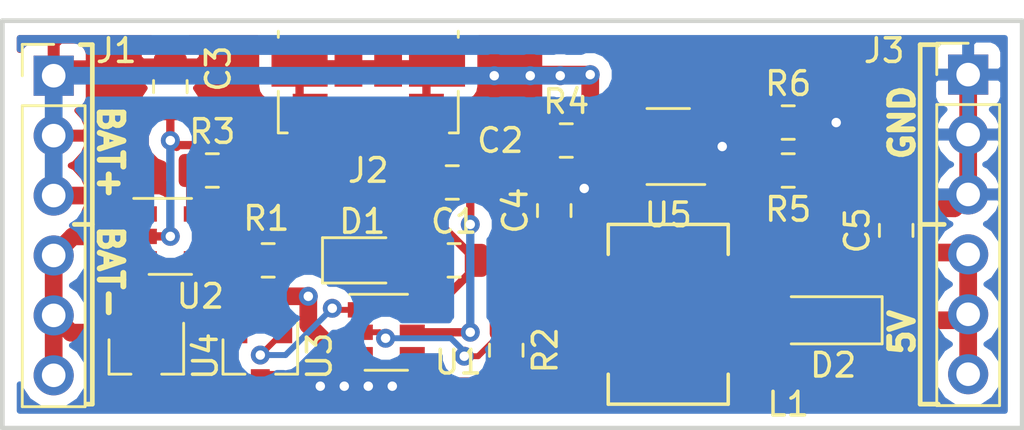
<source format=kicad_pcb>
(kicad_pcb (version 20171130) (host pcbnew "(5.0.1)-3")

  (general
    (thickness 1.6)
    (drawings 16)
    (tracks 159)
    (zones 0)
    (modules 22)
    (nets 20)
  )

  (page A4)
  (layers
    (0 F.Cu signal)
    (31 B.Cu signal)
    (32 B.Adhes user)
    (33 F.Adhes user)
    (34 B.Paste user)
    (35 F.Paste user)
    (36 B.SilkS user)
    (37 F.SilkS user)
    (38 B.Mask user)
    (39 F.Mask user)
    (40 Dwgs.User user)
    (41 Cmts.User user)
    (42 Eco1.User user)
    (43 Eco2.User user)
    (44 Edge.Cuts user)
    (45 Margin user)
    (46 B.CrtYd user)
    (47 F.CrtYd user)
    (48 B.Fab user)
    (49 F.Fab user hide)
  )

  (setup
    (last_trace_width 0.25)
    (user_trace_width 0.35)
    (user_trace_width 0.75)
    (trace_clearance 0.2)
    (zone_clearance 0.508)
    (zone_45_only no)
    (trace_min 0.2)
    (segment_width 0.2)
    (edge_width 0.15)
    (via_size 0.8)
    (via_drill 0.4)
    (via_min_size 0.4)
    (via_min_drill 0.3)
    (uvia_size 0.3)
    (uvia_drill 0.1)
    (uvias_allowed no)
    (uvia_min_size 0.2)
    (uvia_min_drill 0.1)
    (pcb_text_width 0.3)
    (pcb_text_size 1.5 1.5)
    (mod_edge_width 0.15)
    (mod_text_size 1 1)
    (mod_text_width 0.15)
    (pad_size 1.524 1.524)
    (pad_drill 0.762)
    (pad_to_mask_clearance 0.051)
    (solder_mask_min_width 0.25)
    (aux_axis_origin 0 0)
    (visible_elements 7FFFFFFF)
    (pcbplotparams
      (layerselection 0x010fc_ffffffff)
      (usegerberextensions false)
      (usegerberattributes false)
      (usegerberadvancedattributes false)
      (creategerberjobfile false)
      (excludeedgelayer true)
      (linewidth 0.100000)
      (plotframeref false)
      (viasonmask false)
      (mode 1)
      (useauxorigin false)
      (hpglpennumber 1)
      (hpglpenspeed 20)
      (hpglpendiameter 15.000000)
      (psnegative false)
      (psa4output false)
      (plotreference true)
      (plotvalue true)
      (plotinvisibletext false)
      (padsonsilk false)
      (subtractmaskfromsilk false)
      (outputformat 1)
      (mirror false)
      (drillshape 0)
      (scaleselection 1)
      (outputdirectory "../Production/"))
  )

  (net 0 "")
  (net 1 "Net-(C2-Pad1)")
  (net 2 BAT+)
  (net 3 BAT-)
  (net 4 "Net-(R3-Pad1)")
  (net 5 "Net-(R2-Pad1)")
  (net 6 GND_Protected)
  (net 7 chrg_indicator)
  (net 8 "Net-(D1-Pad1)")
  (net 9 "Net-(R5-Pad2)")
  (net 10 "Net-(C5-Pad1)")
  (net 11 "Net-(D2-Pad2)")
  (net 12 "Net-(U1-Pad4)")
  (net 13 "Net-(U1-Pad3)")
  (net 14 "Net-(U1-Pad1)")
  (net 15 "Net-(C1-Pad1)")
  (net 16 "Net-(U3-Pad2)")
  (net 17 "Net-(J2-Pad2)")
  (net 18 "Net-(J2-Pad4)")
  (net 19 "Net-(J2-Pad3)")

  (net_class Default "This is the default net class."
    (clearance 0.2)
    (trace_width 0.25)
    (via_dia 0.8)
    (via_drill 0.4)
    (uvia_dia 0.3)
    (uvia_drill 0.1)
    (add_net BAT+)
    (add_net BAT-)
    (add_net GND_Protected)
    (add_net "Net-(C1-Pad1)")
    (add_net "Net-(C2-Pad1)")
    (add_net "Net-(C5-Pad1)")
    (add_net "Net-(D1-Pad1)")
    (add_net "Net-(D2-Pad2)")
    (add_net "Net-(J2-Pad2)")
    (add_net "Net-(J2-Pad3)")
    (add_net "Net-(J2-Pad4)")
    (add_net "Net-(R2-Pad1)")
    (add_net "Net-(R3-Pad1)")
    (add_net "Net-(R5-Pad2)")
    (add_net "Net-(U1-Pad1)")
    (add_net "Net-(U1-Pad3)")
    (add_net "Net-(U1-Pad4)")
    (add_net "Net-(U3-Pad2)")
    (add_net chrg_indicator)
  )

  (net_class "Power Trace" ""
    (clearance 0.2)
    (trace_width 0.75)
    (via_dia 0.8)
    (via_drill 0.4)
    (uvia_dia 0.3)
    (uvia_drill 0.1)
  )

  (module Capacitor_SMD:C_0805_2012Metric (layer F.Cu) (tedit 5B36C52B) (tstamp 5D94DE78)
    (at 68.834 44.196 270)
    (descr "Capacitor SMD 0805 (2012 Metric), square (rectangular) end terminal, IPC_7351 nominal, (Body size source: https://docs.google.com/spreadsheets/d/1BsfQQcO9C6DZCsRaXUlFlo91Tg2WpOkGARC1WS5S8t0/edit?usp=sharing), generated with kicad-footprint-generator")
    (tags capacitor)
    (path /5D83828E)
    (attr smd)
    (fp_text reference C3 (at -0.762 -2.032 270) (layer F.SilkS)
      (effects (font (size 1 1) (thickness 0.15)))
    )
    (fp_text value 10uF (at 0 1.65 270) (layer F.Fab)
      (effects (font (size 1 1) (thickness 0.15)))
    )
    (fp_text user %R (at 0.0785 0 270) (layer F.Fab)
      (effects (font (size 0.5 0.5) (thickness 0.08)))
    )
    (fp_line (start 1.68 0.95) (end -1.68 0.95) (layer F.CrtYd) (width 0.05))
    (fp_line (start 1.68 -0.95) (end 1.68 0.95) (layer F.CrtYd) (width 0.05))
    (fp_line (start -1.68 -0.95) (end 1.68 -0.95) (layer F.CrtYd) (width 0.05))
    (fp_line (start -1.68 0.95) (end -1.68 -0.95) (layer F.CrtYd) (width 0.05))
    (fp_line (start -0.258578 0.71) (end 0.258578 0.71) (layer F.SilkS) (width 0.12))
    (fp_line (start -0.258578 -0.71) (end 0.258578 -0.71) (layer F.SilkS) (width 0.12))
    (fp_line (start 1 0.6) (end -1 0.6) (layer F.Fab) (width 0.1))
    (fp_line (start 1 -0.6) (end 1 0.6) (layer F.Fab) (width 0.1))
    (fp_line (start -1 -0.6) (end 1 -0.6) (layer F.Fab) (width 0.1))
    (fp_line (start -1 0.6) (end -1 -0.6) (layer F.Fab) (width 0.1))
    (pad 2 smd roundrect (at 0.9375 0 270) (size 0.975 1.4) (layers F.Cu F.Paste F.Mask) (roundrect_rratio 0.25)
      (net 3 BAT-))
    (pad 1 smd roundrect (at -0.9375 0 270) (size 0.975 1.4) (layers F.Cu F.Paste F.Mask) (roundrect_rratio 0.25)
      (net 2 BAT+))
    (model ${KISYS3DMOD}/Capacitor_SMD.3dshapes/C_0805_2012Metric.wrl
      (at (xyz 0 0 0))
      (scale (xyz 1 1 1))
      (rotate (xyz 0 0 0))
    )
  )

  (module Connector_USB:USB_Micro-B_Molex_47346-0001 (layer F.Cu) (tedit 5A1DC0BD) (tstamp 5D94CDFC)
    (at 77.216 44.45 180)
    (descr "Micro USB B receptable with flange, bottom-mount, SMD, right-angle (http://www.molex.com/pdm_docs/sd/473460001_sd.pdf)")
    (tags "Micro B USB SMD")
    (path /5D837544)
    (attr smd)
    (fp_text reference J2 (at 0 -3.3) (layer F.SilkS)
      (effects (font (size 1 1) (thickness 0.15)))
    )
    (fp_text value USB_B_Micro (at 0 4.6) (layer F.Fab)
      (effects (font (size 1 1) (thickness 0.15)))
    )
    (fp_text user "PCB Edge" (at 0 2.67) (layer Dwgs.User)
      (effects (font (size 0.4 0.4) (thickness 0.04)))
    )
    (fp_text user %R (at 0 1.2 180) (layer F.Fab)
      (effects (font (size 1 1) (thickness 0.15)))
    )
    (fp_line (start 3.81 -1.71) (end 3.43 -1.71) (layer F.SilkS) (width 0.12))
    (fp_line (start 4.6 3.9) (end -4.6 3.9) (layer F.CrtYd) (width 0.05))
    (fp_line (start 4.6 -2.7) (end 4.6 3.9) (layer F.CrtYd) (width 0.05))
    (fp_line (start -4.6 -2.7) (end 4.6 -2.7) (layer F.CrtYd) (width 0.05))
    (fp_line (start -4.6 3.9) (end -4.6 -2.7) (layer F.CrtYd) (width 0.05))
    (fp_line (start 3.75 3.35) (end -3.75 3.35) (layer F.Fab) (width 0.1))
    (fp_line (start 3.75 -1.65) (end 3.75 3.35) (layer F.Fab) (width 0.1))
    (fp_line (start -3.75 -1.65) (end 3.75 -1.65) (layer F.Fab) (width 0.1))
    (fp_line (start -3.75 3.35) (end -3.75 -1.65) (layer F.Fab) (width 0.1))
    (fp_line (start 3.81 2.34) (end 3.81 2.6) (layer F.SilkS) (width 0.12))
    (fp_line (start 3.81 -1.71) (end 3.81 0.06) (layer F.SilkS) (width 0.12))
    (fp_line (start -3.81 -1.71) (end -3.43 -1.71) (layer F.SilkS) (width 0.12))
    (fp_line (start -3.81 0.06) (end -3.81 -1.71) (layer F.SilkS) (width 0.12))
    (fp_line (start -3.81 2.6) (end -3.81 2.34) (layer F.SilkS) (width 0.12))
    (fp_line (start -3.25 2.65) (end 3.25 2.65) (layer F.Fab) (width 0.1))
    (pad 1 smd rect (at -1.3 -1.46 180) (size 0.45 1.38) (layers F.Cu F.Paste F.Mask)
      (net 15 "Net-(C1-Pad1)"))
    (pad 2 smd rect (at -0.65 -1.46 180) (size 0.45 1.38) (layers F.Cu F.Paste F.Mask)
      (net 17 "Net-(J2-Pad2)"))
    (pad 3 smd rect (at 0 -1.46 180) (size 0.45 1.38) (layers F.Cu F.Paste F.Mask)
      (net 19 "Net-(J2-Pad3)"))
    (pad 4 smd rect (at 0.65 -1.46 180) (size 0.45 1.38) (layers F.Cu F.Paste F.Mask)
      (net 18 "Net-(J2-Pad4)"))
    (pad 5 smd rect (at 1.3 -1.46 180) (size 0.45 1.38) (layers F.Cu F.Paste F.Mask)
      (net 3 BAT-))
    (pad 6 smd rect (at -2.4625 -1.1 180) (size 1.475 2.1) (layers F.Cu F.Paste F.Mask)
      (net 3 BAT-))
    (pad 6 smd rect (at 2.4625 -1.1 180) (size 1.475 2.1) (layers F.Cu F.Paste F.Mask)
      (net 3 BAT-))
    (pad 6 smd rect (at -2.91 1.2 180) (size 2.375 1.9) (layers F.Cu F.Paste F.Mask)
      (net 3 BAT-))
    (pad 6 smd rect (at 2.91 1.2 180) (size 2.375 1.9) (layers F.Cu F.Paste F.Mask)
      (net 3 BAT-))
    (pad 6 smd rect (at -0.84 1.2 180) (size 1.175 1.9) (layers F.Cu F.Paste F.Mask)
      (net 3 BAT-))
    (pad 6 smd rect (at 0.84 1.2 180) (size 1.175 1.9) (layers F.Cu F.Paste F.Mask)
      (net 3 BAT-))
    (model ${KISYS3DMOD}/Connector_USB.3dshapes/USB_Micro-B_Molex_47346-0001.wrl
      (at (xyz 0 0 0))
      (scale (xyz 1 1 1))
      (rotate (xyz 0 0 0))
    )
  )

  (module Connector_PinHeader_2.54mm:PinHeader_1x06_P2.54mm_Vertical (layer F.Cu) (tedit 59FED5CC) (tstamp 5D94BEB7)
    (at 102.616 43.688)
    (descr "Through hole straight pin header, 1x06, 2.54mm pitch, single row")
    (tags "Through hole pin header THT 1x06 2.54mm single row")
    (path /5D867663)
    (fp_text reference J3 (at -3.556 -1.016) (layer F.SilkS)
      (effects (font (size 1 1) (thickness 0.15)))
    )
    (fp_text value Conn_01x06_Male (at 0 15.03) (layer F.Fab)
      (effects (font (size 1 1) (thickness 0.15)))
    )
    (fp_line (start -0.635 -1.27) (end 1.27 -1.27) (layer F.Fab) (width 0.1))
    (fp_line (start 1.27 -1.27) (end 1.27 13.97) (layer F.Fab) (width 0.1))
    (fp_line (start 1.27 13.97) (end -1.27 13.97) (layer F.Fab) (width 0.1))
    (fp_line (start -1.27 13.97) (end -1.27 -0.635) (layer F.Fab) (width 0.1))
    (fp_line (start -1.27 -0.635) (end -0.635 -1.27) (layer F.Fab) (width 0.1))
    (fp_line (start -1.33 14.03) (end 1.33 14.03) (layer F.SilkS) (width 0.12))
    (fp_line (start -1.33 1.27) (end -1.33 14.03) (layer F.SilkS) (width 0.12))
    (fp_line (start 1.33 1.27) (end 1.33 14.03) (layer F.SilkS) (width 0.12))
    (fp_line (start -1.33 1.27) (end 1.33 1.27) (layer F.SilkS) (width 0.12))
    (fp_line (start -1.33 0) (end -1.33 -1.33) (layer F.SilkS) (width 0.12))
    (fp_line (start -1.33 -1.33) (end 0 -1.33) (layer F.SilkS) (width 0.12))
    (fp_line (start -1.8 -1.8) (end -1.8 14.5) (layer F.CrtYd) (width 0.05))
    (fp_line (start -1.8 14.5) (end 1.8 14.5) (layer F.CrtYd) (width 0.05))
    (fp_line (start 1.8 14.5) (end 1.8 -1.8) (layer F.CrtYd) (width 0.05))
    (fp_line (start 1.8 -1.8) (end -1.8 -1.8) (layer F.CrtYd) (width 0.05))
    (fp_text user %R (at 0 6.35 90) (layer F.Fab)
      (effects (font (size 1 1) (thickness 0.15)))
    )
    (pad 1 thru_hole rect (at 0 0) (size 1.7 1.7) (drill 1) (layers *.Cu *.Mask)
      (net 6 GND_Protected))
    (pad 2 thru_hole oval (at 0 2.54) (size 1.7 1.7) (drill 1) (layers *.Cu *.Mask)
      (net 6 GND_Protected))
    (pad 3 thru_hole oval (at 0 5.08) (size 1.7 1.7) (drill 1) (layers *.Cu *.Mask)
      (net 6 GND_Protected))
    (pad 4 thru_hole oval (at 0 7.62) (size 1.7 1.7) (drill 1) (layers *.Cu *.Mask)
      (net 10 "Net-(C5-Pad1)"))
    (pad 5 thru_hole oval (at 0 10.16) (size 1.7 1.7) (drill 1) (layers *.Cu *.Mask)
      (net 10 "Net-(C5-Pad1)"))
    (pad 6 thru_hole oval (at 0 12.7) (size 1.7 1.7) (drill 1) (layers *.Cu *.Mask)
      (net 10 "Net-(C5-Pad1)"))
    (model ${KISYS3DMOD}/Connector_PinHeader_2.54mm.3dshapes/PinHeader_1x06_P2.54mm_Vertical.wrl
      (at (xyz 0 0 0))
      (scale (xyz 1 1 1))
      (rotate (xyz 0 0 0))
    )
  )

  (module "BMS Board Rev 2:L_7x7x3" (layer F.Cu) (tedit 5D864664) (tstamp 5D93F887)
    (at 89.916 53.848 180)
    (path /5D859897)
    (fp_text reference L1 (at -5.08 -3.81 180) (layer F.SilkS)
      (effects (font (size 1 1) (thickness 0.15)))
    )
    (fp_text value "4.7u (BCIHP0730-4R7M)" (at -5.08 -5.08 180) (layer F.Fab)
      (effects (font (size 1 1) (thickness 0.15)))
    )
    (fp_line (start -2.54 -2.54) (end -2.54 -3.81) (layer F.SilkS) (width 0.15))
    (fp_line (start -2.54 -3.81) (end 2.54 -3.81) (layer F.SilkS) (width 0.15))
    (fp_line (start 2.54 -3.81) (end 2.54 -2.54) (layer F.SilkS) (width 0.15))
    (fp_line (start -2.54 2.54) (end -2.54 3.81) (layer F.SilkS) (width 0.15))
    (fp_line (start -2.54 3.81) (end 2.54 3.81) (layer F.SilkS) (width 0.15))
    (fp_line (start 2.54 3.81) (end 2.54 2.54) (layer F.SilkS) (width 0.15))
    (pad 1 smd rect (at -2.4875 0 180) (size 2.575 3.35) (layers F.Cu F.Paste F.Mask)
      (net 11 "Net-(D2-Pad2)"))
    (pad 2 smd rect (at 2.4875 0 180) (size 2.575 3.35) (layers F.Cu F.Paste F.Mask)
      (net 2 BAT+))
  )

  (module Capacitor_SMD:C_0805_2012Metric (layer F.Cu) (tedit 5B36C52B) (tstamp 5D92EE2C)
    (at 80.8505 51.562)
    (descr "Capacitor SMD 0805 (2012 Metric), square (rectangular) end terminal, IPC_7351 nominal, (Body size source: https://docs.google.com/spreadsheets/d/1BsfQQcO9C6DZCsRaXUlFlo91Tg2WpOkGARC1WS5S8t0/edit?usp=sharing), generated with kicad-footprint-generator")
    (tags capacitor)
    (path /5D83936D)
    (attr smd)
    (fp_text reference C1 (at 0 -1.65) (layer F.SilkS)
      (effects (font (size 1 1) (thickness 0.15)))
    )
    (fp_text value 10uF (at 0 1.65) (layer F.Fab)
      (effects (font (size 1 1) (thickness 0.15)))
    )
    (fp_line (start -1 0.6) (end -1 -0.6) (layer F.Fab) (width 0.1))
    (fp_line (start -1 -0.6) (end 1 -0.6) (layer F.Fab) (width 0.1))
    (fp_line (start 1 -0.6) (end 1 0.6) (layer F.Fab) (width 0.1))
    (fp_line (start 1 0.6) (end -1 0.6) (layer F.Fab) (width 0.1))
    (fp_line (start -0.258578 -0.71) (end 0.258578 -0.71) (layer F.SilkS) (width 0.12))
    (fp_line (start -0.258578 0.71) (end 0.258578 0.71) (layer F.SilkS) (width 0.12))
    (fp_line (start -1.68 0.95) (end -1.68 -0.95) (layer F.CrtYd) (width 0.05))
    (fp_line (start -1.68 -0.95) (end 1.68 -0.95) (layer F.CrtYd) (width 0.05))
    (fp_line (start 1.68 -0.95) (end 1.68 0.95) (layer F.CrtYd) (width 0.05))
    (fp_line (start 1.68 0.95) (end -1.68 0.95) (layer F.CrtYd) (width 0.05))
    (fp_text user %R (at 0 0) (layer F.Fab)
      (effects (font (size 0.5 0.5) (thickness 0.08)))
    )
    (pad 1 smd roundrect (at -0.9375 0) (size 0.975 1.4) (layers F.Cu F.Paste F.Mask) (roundrect_rratio 0.25)
      (net 15 "Net-(C1-Pad1)"))
    (pad 2 smd roundrect (at 0.9375 0) (size 0.975 1.4) (layers F.Cu F.Paste F.Mask) (roundrect_rratio 0.25)
      (net 3 BAT-))
    (model ${KISYS3DMOD}/Capacitor_SMD.3dshapes/C_0805_2012Metric.wrl
      (at (xyz 0 0 0))
      (scale (xyz 1 1 1))
      (rotate (xyz 0 0 0))
    )
  )

  (module Capacitor_SMD:C_0805_2012Metric (layer F.Cu) (tedit 5B36C52B) (tstamp 5D92EE1B)
    (at 80.772 48.26 180)
    (descr "Capacitor SMD 0805 (2012 Metric), square (rectangular) end terminal, IPC_7351 nominal, (Body size source: https://docs.google.com/spreadsheets/d/1BsfQQcO9C6DZCsRaXUlFlo91Tg2WpOkGARC1WS5S8t0/edit?usp=sharing), generated with kicad-footprint-generator")
    (tags capacitor)
    (path /5D84137A)
    (attr smd)
    (fp_text reference C2 (at -2.032 1.778 180) (layer F.SilkS)
      (effects (font (size 1 1) (thickness 0.15)))
    )
    (fp_text value 1uF (at 0 1.65 180) (layer F.Fab)
      (effects (font (size 1 1) (thickness 0.15)))
    )
    (fp_text user %R (at 0 0 180) (layer F.Fab)
      (effects (font (size 0.5 0.5) (thickness 0.08)))
    )
    (fp_line (start 1.68 0.95) (end -1.68 0.95) (layer F.CrtYd) (width 0.05))
    (fp_line (start 1.68 -0.95) (end 1.68 0.95) (layer F.CrtYd) (width 0.05))
    (fp_line (start -1.68 -0.95) (end 1.68 -0.95) (layer F.CrtYd) (width 0.05))
    (fp_line (start -1.68 0.95) (end -1.68 -0.95) (layer F.CrtYd) (width 0.05))
    (fp_line (start -0.258578 0.71) (end 0.258578 0.71) (layer F.SilkS) (width 0.12))
    (fp_line (start -0.258578 -0.71) (end 0.258578 -0.71) (layer F.SilkS) (width 0.12))
    (fp_line (start 1 0.6) (end -1 0.6) (layer F.Fab) (width 0.1))
    (fp_line (start 1 -0.6) (end 1 0.6) (layer F.Fab) (width 0.1))
    (fp_line (start -1 -0.6) (end 1 -0.6) (layer F.Fab) (width 0.1))
    (fp_line (start -1 0.6) (end -1 -0.6) (layer F.Fab) (width 0.1))
    (pad 2 smd roundrect (at 0.9375 0 180) (size 0.975 1.4) (layers F.Cu F.Paste F.Mask) (roundrect_rratio 0.25)
      (net 3 BAT-))
    (pad 1 smd roundrect (at -0.9375 0 180) (size 0.975 1.4) (layers F.Cu F.Paste F.Mask) (roundrect_rratio 0.25)
      (net 1 "Net-(C2-Pad1)"))
    (model ${KISYS3DMOD}/Capacitor_SMD.3dshapes/C_0805_2012Metric.wrl
      (at (xyz 0 0 0))
      (scale (xyz 1 1 1))
      (rotate (xyz 0 0 0))
    )
  )

  (module Capacitor_SMD:C_0805_2012Metric (layer F.Cu) (tedit 5B36C52B) (tstamp 5D92EDF9)
    (at 85.09 49.4515 90)
    (descr "Capacitor SMD 0805 (2012 Metric), square (rectangular) end terminal, IPC_7351 nominal, (Body size source: https://docs.google.com/spreadsheets/d/1BsfQQcO9C6DZCsRaXUlFlo91Tg2WpOkGARC1WS5S8t0/edit?usp=sharing), generated with kicad-footprint-generator")
    (tags capacitor)
    (path /5D85EA49)
    (attr smd)
    (fp_text reference C4 (at 0 -1.65 90) (layer F.SilkS)
      (effects (font (size 1 1) (thickness 0.15)))
    )
    (fp_text value 10uF (at 0 1.65 90) (layer F.Fab)
      (effects (font (size 1 1) (thickness 0.15)))
    )
    (fp_text user %R (at 0 0 90) (layer F.Fab)
      (effects (font (size 0.5 0.5) (thickness 0.08)))
    )
    (fp_line (start 1.68 0.95) (end -1.68 0.95) (layer F.CrtYd) (width 0.05))
    (fp_line (start 1.68 -0.95) (end 1.68 0.95) (layer F.CrtYd) (width 0.05))
    (fp_line (start -1.68 -0.95) (end 1.68 -0.95) (layer F.CrtYd) (width 0.05))
    (fp_line (start -1.68 0.95) (end -1.68 -0.95) (layer F.CrtYd) (width 0.05))
    (fp_line (start -0.258578 0.71) (end 0.258578 0.71) (layer F.SilkS) (width 0.12))
    (fp_line (start -0.258578 -0.71) (end 0.258578 -0.71) (layer F.SilkS) (width 0.12))
    (fp_line (start 1 0.6) (end -1 0.6) (layer F.Fab) (width 0.1))
    (fp_line (start 1 -0.6) (end 1 0.6) (layer F.Fab) (width 0.1))
    (fp_line (start -1 -0.6) (end 1 -0.6) (layer F.Fab) (width 0.1))
    (fp_line (start -1 0.6) (end -1 -0.6) (layer F.Fab) (width 0.1))
    (pad 2 smd roundrect (at 0.9375 0 90) (size 0.975 1.4) (layers F.Cu F.Paste F.Mask) (roundrect_rratio 0.25)
      (net 6 GND_Protected))
    (pad 1 smd roundrect (at -0.9375 0 90) (size 0.975 1.4) (layers F.Cu F.Paste F.Mask) (roundrect_rratio 0.25)
      (net 2 BAT+))
    (model ${KISYS3DMOD}/Capacitor_SMD.3dshapes/C_0805_2012Metric.wrl
      (at (xyz 0 0 0))
      (scale (xyz 1 1 1))
      (rotate (xyz 0 0 0))
    )
  )

  (module Capacitor_SMD:C_0805_2012Metric (layer F.Cu) (tedit 5B36C52B) (tstamp 5D92EDE8)
    (at 99.568 50.292 90)
    (descr "Capacitor SMD 0805 (2012 Metric), square (rectangular) end terminal, IPC_7351 nominal, (Body size source: https://docs.google.com/spreadsheets/d/1BsfQQcO9C6DZCsRaXUlFlo91Tg2WpOkGARC1WS5S8t0/edit?usp=sharing), generated with kicad-footprint-generator")
    (tags capacitor)
    (path /5D85E8DB)
    (attr smd)
    (fp_text reference C5 (at 0 -1.65 90) (layer F.SilkS)
      (effects (font (size 1 1) (thickness 0.15)))
    )
    (fp_text value 10uF (at 0 1.65 90) (layer F.Fab)
      (effects (font (size 1 1) (thickness 0.15)))
    )
    (fp_line (start -1 0.6) (end -1 -0.6) (layer F.Fab) (width 0.1))
    (fp_line (start -1 -0.6) (end 1 -0.6) (layer F.Fab) (width 0.1))
    (fp_line (start 1 -0.6) (end 1 0.6) (layer F.Fab) (width 0.1))
    (fp_line (start 1 0.6) (end -1 0.6) (layer F.Fab) (width 0.1))
    (fp_line (start -0.258578 -0.71) (end 0.258578 -0.71) (layer F.SilkS) (width 0.12))
    (fp_line (start -0.258578 0.71) (end 0.258578 0.71) (layer F.SilkS) (width 0.12))
    (fp_line (start -1.68 0.95) (end -1.68 -0.95) (layer F.CrtYd) (width 0.05))
    (fp_line (start -1.68 -0.95) (end 1.68 -0.95) (layer F.CrtYd) (width 0.05))
    (fp_line (start 1.68 -0.95) (end 1.68 0.95) (layer F.CrtYd) (width 0.05))
    (fp_line (start 1.68 0.95) (end -1.68 0.95) (layer F.CrtYd) (width 0.05))
    (fp_text user %R (at 0 0 90) (layer F.Fab)
      (effects (font (size 0.5 0.5) (thickness 0.08)))
    )
    (pad 1 smd roundrect (at -0.9375 0 90) (size 0.975 1.4) (layers F.Cu F.Paste F.Mask) (roundrect_rratio 0.25)
      (net 10 "Net-(C5-Pad1)"))
    (pad 2 smd roundrect (at 0.9375 0 90) (size 0.975 1.4) (layers F.Cu F.Paste F.Mask) (roundrect_rratio 0.25)
      (net 6 GND_Protected))
    (model ${KISYS3DMOD}/Capacitor_SMD.3dshapes/C_0805_2012Metric.wrl
      (at (xyz 0 0 0))
      (scale (xyz 1 1 1))
      (rotate (xyz 0 0 0))
    )
  )

  (module Connector_PinHeader_2.54mm:PinHeader_1x06_P2.54mm_Vertical (layer F.Cu) (tedit 59FED5CC) (tstamp 5D92EDD7)
    (at 63.895001 43.735001)
    (descr "Through hole straight pin header, 1x06, 2.54mm pitch, single row")
    (tags "Through hole pin header THT 1x06 2.54mm single row")
    (path /5D836FDA)
    (fp_text reference J1 (at 2.652999 -1.063001) (layer F.SilkS)
      (effects (font (size 1 1) (thickness 0.15)))
    )
    (fp_text value Conn_01x06_Male (at 0 15.03) (layer F.Fab)
      (effects (font (size 1 1) (thickness 0.15)))
    )
    (fp_line (start -0.635 -1.27) (end 1.27 -1.27) (layer F.Fab) (width 0.1))
    (fp_line (start 1.27 -1.27) (end 1.27 13.97) (layer F.Fab) (width 0.1))
    (fp_line (start 1.27 13.97) (end -1.27 13.97) (layer F.Fab) (width 0.1))
    (fp_line (start -1.27 13.97) (end -1.27 -0.635) (layer F.Fab) (width 0.1))
    (fp_line (start -1.27 -0.635) (end -0.635 -1.27) (layer F.Fab) (width 0.1))
    (fp_line (start -1.33 14.03) (end 1.33 14.03) (layer F.SilkS) (width 0.12))
    (fp_line (start -1.33 1.27) (end -1.33 14.03) (layer F.SilkS) (width 0.12))
    (fp_line (start 1.33 1.27) (end 1.33 14.03) (layer F.SilkS) (width 0.12))
    (fp_line (start -1.33 1.27) (end 1.33 1.27) (layer F.SilkS) (width 0.12))
    (fp_line (start -1.33 0) (end -1.33 -1.33) (layer F.SilkS) (width 0.12))
    (fp_line (start -1.33 -1.33) (end 0 -1.33) (layer F.SilkS) (width 0.12))
    (fp_line (start -1.8 -1.8) (end -1.8 14.5) (layer F.CrtYd) (width 0.05))
    (fp_line (start -1.8 14.5) (end 1.8 14.5) (layer F.CrtYd) (width 0.05))
    (fp_line (start 1.8 14.5) (end 1.8 -1.8) (layer F.CrtYd) (width 0.05))
    (fp_line (start 1.8 -1.8) (end -1.8 -1.8) (layer F.CrtYd) (width 0.05))
    (fp_text user %R (at 0 6.35 90) (layer F.Fab)
      (effects (font (size 1 1) (thickness 0.15)))
    )
    (pad 1 thru_hole rect (at 0 0) (size 1.7 1.7) (drill 1) (layers *.Cu *.Mask)
      (net 2 BAT+))
    (pad 2 thru_hole oval (at 0 2.54) (size 1.7 1.7) (drill 1) (layers *.Cu *.Mask)
      (net 2 BAT+))
    (pad 3 thru_hole oval (at 0 5.08) (size 1.7 1.7) (drill 1) (layers *.Cu *.Mask)
      (net 2 BAT+))
    (pad 4 thru_hole oval (at 0 7.62) (size 1.7 1.7) (drill 1) (layers *.Cu *.Mask)
      (net 3 BAT-))
    (pad 5 thru_hole oval (at 0 10.16) (size 1.7 1.7) (drill 1) (layers *.Cu *.Mask)
      (net 3 BAT-))
    (pad 6 thru_hole oval (at 0 12.7) (size 1.7 1.7) (drill 1) (layers *.Cu *.Mask)
      (net 3 BAT-))
    (model ${KISYS3DMOD}/Connector_PinHeader_2.54mm.3dshapes/PinHeader_1x06_P2.54mm_Vertical.wrl
      (at (xyz 0 0 0))
      (scale (xyz 1 1 1))
      (rotate (xyz 0 0 0))
    )
  )

  (module Diode_SMD:D_SOD-123F (layer F.Cu) (tedit 587F7769) (tstamp 5D92ED7B)
    (at 96.774 54.102 180)
    (descr D_SOD-123F)
    (tags D_SOD-123F)
    (path /5D8722F1)
    (attr smd)
    (fp_text reference D2 (at -0.127 -1.905 180) (layer F.SilkS)
      (effects (font (size 1 1) (thickness 0.15)))
    )
    (fp_text value SK34WA (at 0 2.1 180) (layer F.Fab)
      (effects (font (size 1 1) (thickness 0.15)))
    )
    (fp_text user %R (at -0.127 -1.905 180) (layer F.Fab)
      (effects (font (size 1 1) (thickness 0.15)))
    )
    (fp_line (start -2.2 -1) (end -2.2 1) (layer F.SilkS) (width 0.12))
    (fp_line (start 0.25 0) (end 0.75 0) (layer F.Fab) (width 0.1))
    (fp_line (start 0.25 0.4) (end -0.35 0) (layer F.Fab) (width 0.1))
    (fp_line (start 0.25 -0.4) (end 0.25 0.4) (layer F.Fab) (width 0.1))
    (fp_line (start -0.35 0) (end 0.25 -0.4) (layer F.Fab) (width 0.1))
    (fp_line (start -0.35 0) (end -0.35 0.55) (layer F.Fab) (width 0.1))
    (fp_line (start -0.35 0) (end -0.35 -0.55) (layer F.Fab) (width 0.1))
    (fp_line (start -0.75 0) (end -0.35 0) (layer F.Fab) (width 0.1))
    (fp_line (start -1.4 0.9) (end -1.4 -0.9) (layer F.Fab) (width 0.1))
    (fp_line (start 1.4 0.9) (end -1.4 0.9) (layer F.Fab) (width 0.1))
    (fp_line (start 1.4 -0.9) (end 1.4 0.9) (layer F.Fab) (width 0.1))
    (fp_line (start -1.4 -0.9) (end 1.4 -0.9) (layer F.Fab) (width 0.1))
    (fp_line (start -2.2 -1.15) (end 2.2 -1.15) (layer F.CrtYd) (width 0.05))
    (fp_line (start 2.2 -1.15) (end 2.2 1.15) (layer F.CrtYd) (width 0.05))
    (fp_line (start 2.2 1.15) (end -2.2 1.15) (layer F.CrtYd) (width 0.05))
    (fp_line (start -2.2 -1.15) (end -2.2 1.15) (layer F.CrtYd) (width 0.05))
    (fp_line (start -2.2 1) (end 1.65 1) (layer F.SilkS) (width 0.12))
    (fp_line (start -2.2 -1) (end 1.65 -1) (layer F.SilkS) (width 0.12))
    (pad 1 smd rect (at -1.4 0 180) (size 1.1 1.1) (layers F.Cu F.Paste F.Mask)
      (net 10 "Net-(C5-Pad1)"))
    (pad 2 smd rect (at 1.4 0 180) (size 1.1 1.1) (layers F.Cu F.Paste F.Mask)
      (net 11 "Net-(D2-Pad2)"))
    (model ${KISYS3DMOD}/Diode_SMD.3dshapes/D_SOD-123F.wrl
      (at (xyz 0 0 0))
      (scale (xyz 1 1 1))
      (rotate (xyz 0 0 0))
    )
  )

  (module LED_SMD:LED_0805_2012Metric (layer F.Cu) (tedit 5B36C52C) (tstamp 5D92ED49)
    (at 76.962 51.562)
    (descr "LED SMD 0805 (2012 Metric), square (rectangular) end terminal, IPC_7351 nominal, (Body size source: https://docs.google.com/spreadsheets/d/1BsfQQcO9C6DZCsRaXUlFlo91Tg2WpOkGARC1WS5S8t0/edit?usp=sharing), generated with kicad-footprint-generator")
    (tags diode)
    (path /5D838F5B)
    (attr smd)
    (fp_text reference D1 (at 0 -1.65) (layer F.SilkS)
      (effects (font (size 1 1) (thickness 0.15)))
    )
    (fp_text value LED (at 0 1.65) (layer F.Fab)
      (effects (font (size 1 1) (thickness 0.15)))
    )
    (fp_line (start 1 -0.6) (end -0.7 -0.6) (layer F.Fab) (width 0.1))
    (fp_line (start -0.7 -0.6) (end -1 -0.3) (layer F.Fab) (width 0.1))
    (fp_line (start -1 -0.3) (end -1 0.6) (layer F.Fab) (width 0.1))
    (fp_line (start -1 0.6) (end 1 0.6) (layer F.Fab) (width 0.1))
    (fp_line (start 1 0.6) (end 1 -0.6) (layer F.Fab) (width 0.1))
    (fp_line (start 1 -0.96) (end -1.685 -0.96) (layer F.SilkS) (width 0.12))
    (fp_line (start -1.685 -0.96) (end -1.685 0.96) (layer F.SilkS) (width 0.12))
    (fp_line (start -1.685 0.96) (end 1 0.96) (layer F.SilkS) (width 0.12))
    (fp_line (start -1.68 0.95) (end -1.68 -0.95) (layer F.CrtYd) (width 0.05))
    (fp_line (start -1.68 -0.95) (end 1.68 -0.95) (layer F.CrtYd) (width 0.05))
    (fp_line (start 1.68 -0.95) (end 1.68 0.95) (layer F.CrtYd) (width 0.05))
    (fp_line (start 1.68 0.95) (end -1.68 0.95) (layer F.CrtYd) (width 0.05))
    (fp_text user %R (at 0 0) (layer F.Fab)
      (effects (font (size 0.5 0.5) (thickness 0.08)))
    )
    (pad 1 smd roundrect (at -0.9375 0) (size 0.975 1.4) (layers F.Cu F.Paste F.Mask) (roundrect_rratio 0.25)
      (net 8 "Net-(D1-Pad1)"))
    (pad 2 smd roundrect (at 0.9375 0) (size 0.975 1.4) (layers F.Cu F.Paste F.Mask) (roundrect_rratio 0.25)
      (net 15 "Net-(C1-Pad1)"))
    (model ${KISYS3DMOD}/LED_SMD.3dshapes/LED_0805_2012Metric.wrl
      (at (xyz 0 0 0))
      (scale (xyz 1 1 1))
      (rotate (xyz 0 0 0))
    )
  )

  (module Package_TO_SOT_SMD:SOT-23 (layer F.Cu) (tedit 5A02FF57) (tstamp 5D92ED36)
    (at 67.818 55.626 270)
    (descr "SOT-23, Standard")
    (tags SOT-23)
    (path /5D83C8C9)
    (attr smd)
    (fp_text reference U4 (at 0 -2.5 270) (layer F.SilkS)
      (effects (font (size 1 1) (thickness 0.15)))
    )
    (fp_text value NCE3420 (at 0 2.5 270) (layer F.Fab)
      (effects (font (size 1 1) (thickness 0.15)))
    )
    (fp_line (start 0.76 1.58) (end -0.7 1.58) (layer F.SilkS) (width 0.12))
    (fp_line (start 0.76 -1.58) (end -1.4 -1.58) (layer F.SilkS) (width 0.12))
    (fp_line (start -1.7 1.75) (end -1.7 -1.75) (layer F.CrtYd) (width 0.05))
    (fp_line (start 1.7 1.75) (end -1.7 1.75) (layer F.CrtYd) (width 0.05))
    (fp_line (start 1.7 -1.75) (end 1.7 1.75) (layer F.CrtYd) (width 0.05))
    (fp_line (start -1.7 -1.75) (end 1.7 -1.75) (layer F.CrtYd) (width 0.05))
    (fp_line (start 0.76 -1.58) (end 0.76 -0.65) (layer F.SilkS) (width 0.12))
    (fp_line (start 0.76 1.58) (end 0.76 0.65) (layer F.SilkS) (width 0.12))
    (fp_line (start -0.7 1.52) (end 0.7 1.52) (layer F.Fab) (width 0.1))
    (fp_line (start 0.7 -1.52) (end 0.7 1.52) (layer F.Fab) (width 0.1))
    (fp_line (start -0.7 -0.95) (end -0.15 -1.52) (layer F.Fab) (width 0.1))
    (fp_line (start -0.15 -1.52) (end 0.7 -1.52) (layer F.Fab) (width 0.1))
    (fp_line (start -0.7 -0.95) (end -0.7 1.5) (layer F.Fab) (width 0.1))
    (fp_text user %R (at 0 0) (layer F.Fab)
      (effects (font (size 0.5 0.5) (thickness 0.075)))
    )
    (pad 3 smd rect (at 1 0 270) (size 0.9 0.8) (layers F.Cu F.Paste F.Mask)
      (net 16 "Net-(U3-Pad2)"))
    (pad 2 smd rect (at -1 0.95 270) (size 0.9 0.8) (layers F.Cu F.Paste F.Mask)
      (net 3 BAT-))
    (pad 1 smd rect (at -1 -0.95 270) (size 0.9 0.8) (layers F.Cu F.Paste F.Mask)
      (net 13 "Net-(U1-Pad3)"))
    (model ${KISYS3DMOD}/Package_TO_SOT_SMD.3dshapes/SOT-23.wrl
      (at (xyz 0 0 0))
      (scale (xyz 1 1 1))
      (rotate (xyz 0 0 0))
    )
  )

  (module Package_TO_SOT_SMD:SOT-23 (layer F.Cu) (tedit 5A02FF57) (tstamp 5D92ED21)
    (at 72.644 55.626 270)
    (descr "SOT-23, Standard")
    (tags SOT-23)
    (path /5D83C921)
    (attr smd)
    (fp_text reference U3 (at 0 -2.5 270) (layer F.SilkS)
      (effects (font (size 1 1) (thickness 0.15)))
    )
    (fp_text value NCE3420 (at 0 2.5 270) (layer F.Fab)
      (effects (font (size 1 1) (thickness 0.15)))
    )
    (fp_text user %R (at 0 0) (layer F.Fab)
      (effects (font (size 0.5 0.5) (thickness 0.075)))
    )
    (fp_line (start -0.7 -0.95) (end -0.7 1.5) (layer F.Fab) (width 0.1))
    (fp_line (start -0.15 -1.52) (end 0.7 -1.52) (layer F.Fab) (width 0.1))
    (fp_line (start -0.7 -0.95) (end -0.15 -1.52) (layer F.Fab) (width 0.1))
    (fp_line (start 0.7 -1.52) (end 0.7 1.52) (layer F.Fab) (width 0.1))
    (fp_line (start -0.7 1.52) (end 0.7 1.52) (layer F.Fab) (width 0.1))
    (fp_line (start 0.76 1.58) (end 0.76 0.65) (layer F.SilkS) (width 0.12))
    (fp_line (start 0.76 -1.58) (end 0.76 -0.65) (layer F.SilkS) (width 0.12))
    (fp_line (start -1.7 -1.75) (end 1.7 -1.75) (layer F.CrtYd) (width 0.05))
    (fp_line (start 1.7 -1.75) (end 1.7 1.75) (layer F.CrtYd) (width 0.05))
    (fp_line (start 1.7 1.75) (end -1.7 1.75) (layer F.CrtYd) (width 0.05))
    (fp_line (start -1.7 1.75) (end -1.7 -1.75) (layer F.CrtYd) (width 0.05))
    (fp_line (start 0.76 -1.58) (end -1.4 -1.58) (layer F.SilkS) (width 0.12))
    (fp_line (start 0.76 1.58) (end -0.7 1.58) (layer F.SilkS) (width 0.12))
    (pad 1 smd rect (at -1 -0.95 270) (size 0.9 0.8) (layers F.Cu F.Paste F.Mask)
      (net 14 "Net-(U1-Pad1)"))
    (pad 2 smd rect (at -1 0.95 270) (size 0.9 0.8) (layers F.Cu F.Paste F.Mask)
      (net 16 "Net-(U3-Pad2)"))
    (pad 3 smd rect (at 1 0 270) (size 0.9 0.8) (layers F.Cu F.Paste F.Mask)
      (net 6 GND_Protected))
    (model ${KISYS3DMOD}/Package_TO_SOT_SMD.3dshapes/SOT-23.wrl
      (at (xyz 0 0 0))
      (scale (xyz 1 1 1))
      (rotate (xyz 0 0 0))
    )
  )

  (module Package_TO_SOT_SMD:SOT-23-5 (layer F.Cu) (tedit 5A02FF57) (tstamp 5D92ED0C)
    (at 68.834 50.546)
    (descr "5-pin SOT23 package")
    (tags SOT-23-5)
    (path /5D8368FA)
    (attr smd)
    (fp_text reference U2 (at 1.27 2.54) (layer F.SilkS)
      (effects (font (size 1 1) (thickness 0.15)))
    )
    (fp_text value SLM4055 (at 0 2.9) (layer F.Fab)
      (effects (font (size 1 1) (thickness 0.15)))
    )
    (fp_text user %R (at 0 0 90) (layer F.Fab)
      (effects (font (size 0.5 0.5) (thickness 0.075)))
    )
    (fp_line (start -0.9 1.61) (end 0.9 1.61) (layer F.SilkS) (width 0.12))
    (fp_line (start 0.9 -1.61) (end -1.55 -1.61) (layer F.SilkS) (width 0.12))
    (fp_line (start -1.9 -1.8) (end 1.9 -1.8) (layer F.CrtYd) (width 0.05))
    (fp_line (start 1.9 -1.8) (end 1.9 1.8) (layer F.CrtYd) (width 0.05))
    (fp_line (start 1.9 1.8) (end -1.9 1.8) (layer F.CrtYd) (width 0.05))
    (fp_line (start -1.9 1.8) (end -1.9 -1.8) (layer F.CrtYd) (width 0.05))
    (fp_line (start -0.9 -0.9) (end -0.25 -1.55) (layer F.Fab) (width 0.1))
    (fp_line (start 0.9 -1.55) (end -0.25 -1.55) (layer F.Fab) (width 0.1))
    (fp_line (start -0.9 -0.9) (end -0.9 1.55) (layer F.Fab) (width 0.1))
    (fp_line (start 0.9 1.55) (end -0.9 1.55) (layer F.Fab) (width 0.1))
    (fp_line (start 0.9 -1.55) (end 0.9 1.55) (layer F.Fab) (width 0.1))
    (pad 1 smd rect (at -1.1 -0.95) (size 1.06 0.65) (layers F.Cu F.Paste F.Mask)
      (net 2 BAT+))
    (pad 2 smd rect (at -1.1 0) (size 1.06 0.65) (layers F.Cu F.Paste F.Mask)
      (net 3 BAT-))
    (pad 3 smd rect (at -1.1 0.95) (size 1.06 0.65) (layers F.Cu F.Paste F.Mask)
      (net 7 chrg_indicator))
    (pad 4 smd rect (at 1.1 0.95) (size 1.06 0.65) (layers F.Cu F.Paste F.Mask)
      (net 15 "Net-(C1-Pad1)"))
    (pad 5 smd rect (at 1.1 -0.95) (size 1.06 0.65) (layers F.Cu F.Paste F.Mask)
      (net 4 "Net-(R3-Pad1)"))
    (model ${KISYS3DMOD}/Package_TO_SOT_SMD.3dshapes/SOT-23-5.wrl
      (at (xyz 0 0 0))
      (scale (xyz 1 1 1))
      (rotate (xyz 0 0 0))
    )
  )

  (module Package_TO_SOT_SMD:SOT-23-6 (layer F.Cu) (tedit 5A02FF57) (tstamp 5D92ECF7)
    (at 77.978 54.61)
    (descr "6-pin SOT-23 package")
    (tags SOT-23-6)
    (path /5D83680C)
    (attr smd)
    (fp_text reference U1 (at 3.048 1.27) (layer F.SilkS)
      (effects (font (size 1 1) (thickness 0.15)))
    )
    (fp_text value DW01 (at 0 2.9) (layer F.Fab)
      (effects (font (size 1 1) (thickness 0.15)))
    )
    (fp_line (start 0.9 -1.55) (end 0.9 1.55) (layer F.Fab) (width 0.1))
    (fp_line (start 0.9 1.55) (end -0.9 1.55) (layer F.Fab) (width 0.1))
    (fp_line (start -0.9 -0.9) (end -0.9 1.55) (layer F.Fab) (width 0.1))
    (fp_line (start 0.9 -1.55) (end -0.25 -1.55) (layer F.Fab) (width 0.1))
    (fp_line (start -0.9 -0.9) (end -0.25 -1.55) (layer F.Fab) (width 0.1))
    (fp_line (start -1.9 -1.8) (end -1.9 1.8) (layer F.CrtYd) (width 0.05))
    (fp_line (start -1.9 1.8) (end 1.9 1.8) (layer F.CrtYd) (width 0.05))
    (fp_line (start 1.9 1.8) (end 1.9 -1.8) (layer F.CrtYd) (width 0.05))
    (fp_line (start 1.9 -1.8) (end -1.9 -1.8) (layer F.CrtYd) (width 0.05))
    (fp_line (start 0.9 -1.61) (end -1.55 -1.61) (layer F.SilkS) (width 0.12))
    (fp_line (start -0.9 1.61) (end 0.9 1.61) (layer F.SilkS) (width 0.12))
    (fp_text user %R (at 0 0 90) (layer F.Fab)
      (effects (font (size 0.5 0.5) (thickness 0.075)))
    )
    (pad 5 smd rect (at 1.1 0) (size 1.06 0.65) (layers F.Cu F.Paste F.Mask)
      (net 1 "Net-(C2-Pad1)"))
    (pad 6 smd rect (at 1.1 -0.95) (size 1.06 0.65) (layers F.Cu F.Paste F.Mask)
      (net 3 BAT-))
    (pad 4 smd rect (at 1.1 0.95) (size 1.06 0.65) (layers F.Cu F.Paste F.Mask)
      (net 12 "Net-(U1-Pad4)"))
    (pad 3 smd rect (at -1.1 0.95) (size 1.06 0.65) (layers F.Cu F.Paste F.Mask)
      (net 13 "Net-(U1-Pad3)"))
    (pad 2 smd rect (at -1.1 0) (size 1.06 0.65) (layers F.Cu F.Paste F.Mask)
      (net 5 "Net-(R2-Pad1)"))
    (pad 1 smd rect (at -1.1 -0.95) (size 1.06 0.65) (layers F.Cu F.Paste F.Mask)
      (net 14 "Net-(U1-Pad1)"))
    (model ${KISYS3DMOD}/Package_TO_SOT_SMD.3dshapes/SOT-23-6.wrl
      (at (xyz 0 0 0))
      (scale (xyz 1 1 1))
      (rotate (xyz 0 0 0))
    )
  )

  (module Package_TO_SOT_SMD:SOT-23-6 (layer F.Cu) (tedit 5A02FF57) (tstamp 5D92ECE1)
    (at 89.916 46.736 180)
    (descr "6-pin SOT-23 package")
    (tags SOT-23-6)
    (path /5D836893)
    (attr smd)
    (fp_text reference U5 (at 0 -2.9 180) (layer F.SilkS)
      (effects (font (size 1 1) (thickness 0.15)))
    )
    (fp_text value MT3608 (at 0 2.9 180) (layer F.Fab)
      (effects (font (size 1 1) (thickness 0.15)))
    )
    (fp_text user %R (at 0 0 270) (layer F.Fab)
      (effects (font (size 0.5 0.5) (thickness 0.075)))
    )
    (fp_line (start -0.9 1.61) (end 0.9 1.61) (layer F.SilkS) (width 0.12))
    (fp_line (start 0.9 -1.61) (end -1.55 -1.61) (layer F.SilkS) (width 0.12))
    (fp_line (start 1.9 -1.8) (end -1.9 -1.8) (layer F.CrtYd) (width 0.05))
    (fp_line (start 1.9 1.8) (end 1.9 -1.8) (layer F.CrtYd) (width 0.05))
    (fp_line (start -1.9 1.8) (end 1.9 1.8) (layer F.CrtYd) (width 0.05))
    (fp_line (start -1.9 -1.8) (end -1.9 1.8) (layer F.CrtYd) (width 0.05))
    (fp_line (start -0.9 -0.9) (end -0.25 -1.55) (layer F.Fab) (width 0.1))
    (fp_line (start 0.9 -1.55) (end -0.25 -1.55) (layer F.Fab) (width 0.1))
    (fp_line (start -0.9 -0.9) (end -0.9 1.55) (layer F.Fab) (width 0.1))
    (fp_line (start 0.9 1.55) (end -0.9 1.55) (layer F.Fab) (width 0.1))
    (fp_line (start 0.9 -1.55) (end 0.9 1.55) (layer F.Fab) (width 0.1))
    (pad 1 smd rect (at -1.1 -0.95 180) (size 1.06 0.65) (layers F.Cu F.Paste F.Mask)
      (net 11 "Net-(D2-Pad2)"))
    (pad 2 smd rect (at -1.1 0 180) (size 1.06 0.65) (layers F.Cu F.Paste F.Mask)
      (net 6 GND_Protected))
    (pad 3 smd rect (at -1.1 0.95 180) (size 1.06 0.65) (layers F.Cu F.Paste F.Mask)
      (net 9 "Net-(R5-Pad2)"))
    (pad 4 smd rect (at 1.1 0.95 180) (size 1.06 0.65) (layers F.Cu F.Paste F.Mask)
      (net 2 BAT+))
    (pad 6 smd rect (at 1.1 -0.95 180) (size 1.06 0.65) (layers F.Cu F.Paste F.Mask))
    (pad 5 smd rect (at 1.1 0 180) (size 1.06 0.65) (layers F.Cu F.Paste F.Mask)
      (net 2 BAT+))
    (model ${KISYS3DMOD}/Package_TO_SOT_SMD.3dshapes/SOT-23-6.wrl
      (at (xyz 0 0 0))
      (scale (xyz 1 1 1))
      (rotate (xyz 0 0 0))
    )
  )

  (module Resistor_SMD:R_0805_2012Metric (layer F.Cu) (tedit 5B36C52B) (tstamp 5D92ECCB)
    (at 94.996 47.752 180)
    (descr "Resistor SMD 0805 (2012 Metric), square (rectangular) end terminal, IPC_7351 nominal, (Body size source: https://docs.google.com/spreadsheets/d/1BsfQQcO9C6DZCsRaXUlFlo91Tg2WpOkGARC1WS5S8t0/edit?usp=sharing), generated with kicad-footprint-generator")
    (tags resistor)
    (path /5D860A9F)
    (attr smd)
    (fp_text reference R5 (at 0 -1.65 180) (layer F.SilkS)
      (effects (font (size 1 1) (thickness 0.15)))
    )
    (fp_text value 330K (at 0 1.65 180) (layer F.Fab)
      (effects (font (size 1 1) (thickness 0.15)))
    )
    (fp_text user %R (at 0 0 180) (layer F.Fab)
      (effects (font (size 0.5 0.5) (thickness 0.08)))
    )
    (fp_line (start 1.68 0.95) (end -1.68 0.95) (layer F.CrtYd) (width 0.05))
    (fp_line (start 1.68 -0.95) (end 1.68 0.95) (layer F.CrtYd) (width 0.05))
    (fp_line (start -1.68 -0.95) (end 1.68 -0.95) (layer F.CrtYd) (width 0.05))
    (fp_line (start -1.68 0.95) (end -1.68 -0.95) (layer F.CrtYd) (width 0.05))
    (fp_line (start -0.258578 0.71) (end 0.258578 0.71) (layer F.SilkS) (width 0.12))
    (fp_line (start -0.258578 -0.71) (end 0.258578 -0.71) (layer F.SilkS) (width 0.12))
    (fp_line (start 1 0.6) (end -1 0.6) (layer F.Fab) (width 0.1))
    (fp_line (start 1 -0.6) (end 1 0.6) (layer F.Fab) (width 0.1))
    (fp_line (start -1 -0.6) (end 1 -0.6) (layer F.Fab) (width 0.1))
    (fp_line (start -1 0.6) (end -1 -0.6) (layer F.Fab) (width 0.1))
    (pad 2 smd roundrect (at 0.9375 0 180) (size 0.975 1.4) (layers F.Cu F.Paste F.Mask) (roundrect_rratio 0.25)
      (net 9 "Net-(R5-Pad2)"))
    (pad 1 smd roundrect (at -0.9375 0 180) (size 0.975 1.4) (layers F.Cu F.Paste F.Mask) (roundrect_rratio 0.25)
      (net 10 "Net-(C5-Pad1)"))
    (model ${KISYS3DMOD}/Resistor_SMD.3dshapes/R_0805_2012Metric.wrl
      (at (xyz 0 0 0))
      (scale (xyz 1 1 1))
      (rotate (xyz 0 0 0))
    )
  )

  (module Resistor_SMD:R_0805_2012Metric (layer F.Cu) (tedit 5B36C52B) (tstamp 5D92ECBA)
    (at 94.996 45.72)
    (descr "Resistor SMD 0805 (2012 Metric), square (rectangular) end terminal, IPC_7351 nominal, (Body size source: https://docs.google.com/spreadsheets/d/1BsfQQcO9C6DZCsRaXUlFlo91Tg2WpOkGARC1WS5S8t0/edit?usp=sharing), generated with kicad-footprint-generator")
    (tags resistor)
    (path /5D860AF9)
    (attr smd)
    (fp_text reference R6 (at 0 -1.65) (layer F.SilkS)
      (effects (font (size 1 1) (thickness 0.15)))
    )
    (fp_text value 47k (at 0 1.65) (layer F.Fab)
      (effects (font (size 1 1) (thickness 0.15)))
    )
    (fp_line (start -1 0.6) (end -1 -0.6) (layer F.Fab) (width 0.1))
    (fp_line (start -1 -0.6) (end 1 -0.6) (layer F.Fab) (width 0.1))
    (fp_line (start 1 -0.6) (end 1 0.6) (layer F.Fab) (width 0.1))
    (fp_line (start 1 0.6) (end -1 0.6) (layer F.Fab) (width 0.1))
    (fp_line (start -0.258578 -0.71) (end 0.258578 -0.71) (layer F.SilkS) (width 0.12))
    (fp_line (start -0.258578 0.71) (end 0.258578 0.71) (layer F.SilkS) (width 0.12))
    (fp_line (start -1.68 0.95) (end -1.68 -0.95) (layer F.CrtYd) (width 0.05))
    (fp_line (start -1.68 -0.95) (end 1.68 -0.95) (layer F.CrtYd) (width 0.05))
    (fp_line (start 1.68 -0.95) (end 1.68 0.95) (layer F.CrtYd) (width 0.05))
    (fp_line (start 1.68 0.95) (end -1.68 0.95) (layer F.CrtYd) (width 0.05))
    (fp_text user %R (at 0 0) (layer F.Fab)
      (effects (font (size 0.5 0.5) (thickness 0.08)))
    )
    (pad 1 smd roundrect (at -0.9375 0) (size 0.975 1.4) (layers F.Cu F.Paste F.Mask) (roundrect_rratio 0.25)
      (net 9 "Net-(R5-Pad2)"))
    (pad 2 smd roundrect (at 0.9375 0) (size 0.975 1.4) (layers F.Cu F.Paste F.Mask) (roundrect_rratio 0.25)
      (net 6 GND_Protected))
    (model ${KISYS3DMOD}/Resistor_SMD.3dshapes/R_0805_2012Metric.wrl
      (at (xyz 0 0 0))
      (scale (xyz 1 1 1))
      (rotate (xyz 0 0 0))
    )
  )

  (module Resistor_SMD:R_0805_2012Metric (layer F.Cu) (tedit 5B36C52B) (tstamp 5D92ECA9)
    (at 72.9765 51.562 180)
    (descr "Resistor SMD 0805 (2012 Metric), square (rectangular) end terminal, IPC_7351 nominal, (Body size source: https://docs.google.com/spreadsheets/d/1BsfQQcO9C6DZCsRaXUlFlo91Tg2WpOkGARC1WS5S8t0/edit?usp=sharing), generated with kicad-footprint-generator")
    (tags resistor)
    (path /5D83902A)
    (attr smd)
    (fp_text reference R1 (at 0.0785 1.778 180) (layer F.SilkS)
      (effects (font (size 1 1) (thickness 0.15)))
    )
    (fp_text value 220 (at 0 1.65 180) (layer F.Fab)
      (effects (font (size 1 1) (thickness 0.15)))
    )
    (fp_text user %R (at 0 0 180) (layer F.Fab)
      (effects (font (size 0.5 0.5) (thickness 0.08)))
    )
    (fp_line (start 1.68 0.95) (end -1.68 0.95) (layer F.CrtYd) (width 0.05))
    (fp_line (start 1.68 -0.95) (end 1.68 0.95) (layer F.CrtYd) (width 0.05))
    (fp_line (start -1.68 -0.95) (end 1.68 -0.95) (layer F.CrtYd) (width 0.05))
    (fp_line (start -1.68 0.95) (end -1.68 -0.95) (layer F.CrtYd) (width 0.05))
    (fp_line (start -0.258578 0.71) (end 0.258578 0.71) (layer F.SilkS) (width 0.12))
    (fp_line (start -0.258578 -0.71) (end 0.258578 -0.71) (layer F.SilkS) (width 0.12))
    (fp_line (start 1 0.6) (end -1 0.6) (layer F.Fab) (width 0.1))
    (fp_line (start 1 -0.6) (end 1 0.6) (layer F.Fab) (width 0.1))
    (fp_line (start -1 -0.6) (end 1 -0.6) (layer F.Fab) (width 0.1))
    (fp_line (start -1 0.6) (end -1 -0.6) (layer F.Fab) (width 0.1))
    (pad 2 smd roundrect (at 0.9375 0 180) (size 0.975 1.4) (layers F.Cu F.Paste F.Mask) (roundrect_rratio 0.25)
      (net 7 chrg_indicator))
    (pad 1 smd roundrect (at -0.9375 0 180) (size 0.975 1.4) (layers F.Cu F.Paste F.Mask) (roundrect_rratio 0.25)
      (net 8 "Net-(D1-Pad1)"))
    (model ${KISYS3DMOD}/Resistor_SMD.3dshapes/R_0805_2012Metric.wrl
      (at (xyz 0 0 0))
      (scale (xyz 1 1 1))
      (rotate (xyz 0 0 0))
    )
  )

  (module Resistor_SMD:R_0805_2012Metric (layer F.Cu) (tedit 5B36C52B) (tstamp 5D92EC98)
    (at 83.058 55.372 270)
    (descr "Resistor SMD 0805 (2012 Metric), square (rectangular) end terminal, IPC_7351 nominal, (Body size source: https://docs.google.com/spreadsheets/d/1BsfQQcO9C6DZCsRaXUlFlo91Tg2WpOkGARC1WS5S8t0/edit?usp=sharing), generated with kicad-footprint-generator")
    (tags resistor)
    (path /5D83E14C)
    (attr smd)
    (fp_text reference R2 (at 0 -1.65 270) (layer F.SilkS)
      (effects (font (size 1 1) (thickness 0.15)))
    )
    (fp_text value 1k (at 0 1.65 270) (layer F.Fab)
      (effects (font (size 1 1) (thickness 0.15)))
    )
    (fp_line (start -1 0.6) (end -1 -0.6) (layer F.Fab) (width 0.1))
    (fp_line (start -1 -0.6) (end 1 -0.6) (layer F.Fab) (width 0.1))
    (fp_line (start 1 -0.6) (end 1 0.6) (layer F.Fab) (width 0.1))
    (fp_line (start 1 0.6) (end -1 0.6) (layer F.Fab) (width 0.1))
    (fp_line (start -0.258578 -0.71) (end 0.258578 -0.71) (layer F.SilkS) (width 0.12))
    (fp_line (start -0.258578 0.71) (end 0.258578 0.71) (layer F.SilkS) (width 0.12))
    (fp_line (start -1.68 0.95) (end -1.68 -0.95) (layer F.CrtYd) (width 0.05))
    (fp_line (start -1.68 -0.95) (end 1.68 -0.95) (layer F.CrtYd) (width 0.05))
    (fp_line (start 1.68 -0.95) (end 1.68 0.95) (layer F.CrtYd) (width 0.05))
    (fp_line (start 1.68 0.95) (end -1.68 0.95) (layer F.CrtYd) (width 0.05))
    (fp_text user %R (at 0 0 270) (layer F.Fab)
      (effects (font (size 0.5 0.5) (thickness 0.08)))
    )
    (pad 1 smd roundrect (at -0.9375 0 270) (size 0.975 1.4) (layers F.Cu F.Paste F.Mask) (roundrect_rratio 0.25)
      (net 5 "Net-(R2-Pad1)"))
    (pad 2 smd roundrect (at 0.9375 0 270) (size 0.975 1.4) (layers F.Cu F.Paste F.Mask) (roundrect_rratio 0.25)
      (net 6 GND_Protected))
    (model ${KISYS3DMOD}/Resistor_SMD.3dshapes/R_0805_2012Metric.wrl
      (at (xyz 0 0 0))
      (scale (xyz 1 1 1))
      (rotate (xyz 0 0 0))
    )
  )

  (module Resistor_SMD:R_0805_2012Metric (layer F.Cu) (tedit 5B36C52B) (tstamp 5D92EC87)
    (at 70.612 47.752)
    (descr "Resistor SMD 0805 (2012 Metric), square (rectangular) end terminal, IPC_7351 nominal, (Body size source: https://docs.google.com/spreadsheets/d/1BsfQQcO9C6DZCsRaXUlFlo91Tg2WpOkGARC1WS5S8t0/edit?usp=sharing), generated with kicad-footprint-generator")
    (tags resistor)
    (path /5D837C90)
    (attr smd)
    (fp_text reference R3 (at 0 -1.65) (layer F.SilkS)
      (effects (font (size 1 1) (thickness 0.15)))
    )
    (fp_text value 2k (at 0 1.65) (layer F.Fab)
      (effects (font (size 1 1) (thickness 0.15)))
    )
    (fp_text user %R (at 0 0) (layer F.Fab)
      (effects (font (size 0.5 0.5) (thickness 0.08)))
    )
    (fp_line (start 1.68 0.95) (end -1.68 0.95) (layer F.CrtYd) (width 0.05))
    (fp_line (start 1.68 -0.95) (end 1.68 0.95) (layer F.CrtYd) (width 0.05))
    (fp_line (start -1.68 -0.95) (end 1.68 -0.95) (layer F.CrtYd) (width 0.05))
    (fp_line (start -1.68 0.95) (end -1.68 -0.95) (layer F.CrtYd) (width 0.05))
    (fp_line (start -0.258578 0.71) (end 0.258578 0.71) (layer F.SilkS) (width 0.12))
    (fp_line (start -0.258578 -0.71) (end 0.258578 -0.71) (layer F.SilkS) (width 0.12))
    (fp_line (start 1 0.6) (end -1 0.6) (layer F.Fab) (width 0.1))
    (fp_line (start 1 -0.6) (end 1 0.6) (layer F.Fab) (width 0.1))
    (fp_line (start -1 -0.6) (end 1 -0.6) (layer F.Fab) (width 0.1))
    (fp_line (start -1 0.6) (end -1 -0.6) (layer F.Fab) (width 0.1))
    (pad 2 smd roundrect (at 0.9375 0) (size 0.975 1.4) (layers F.Cu F.Paste F.Mask) (roundrect_rratio 0.25)
      (net 3 BAT-))
    (pad 1 smd roundrect (at -0.9375 0) (size 0.975 1.4) (layers F.Cu F.Paste F.Mask) (roundrect_rratio 0.25)
      (net 4 "Net-(R3-Pad1)"))
    (model ${KISYS3DMOD}/Resistor_SMD.3dshapes/R_0805_2012Metric.wrl
      (at (xyz 0 0 0))
      (scale (xyz 1 1 1))
      (rotate (xyz 0 0 0))
    )
  )

  (module Resistor_SMD:R_0805_2012Metric (layer F.Cu) (tedit 5B36C52B) (tstamp 5D92EC76)
    (at 85.598 46.482)
    (descr "Resistor SMD 0805 (2012 Metric), square (rectangular) end terminal, IPC_7351 nominal, (Body size source: https://docs.google.com/spreadsheets/d/1BsfQQcO9C6DZCsRaXUlFlo91Tg2WpOkGARC1WS5S8t0/edit?usp=sharing), generated with kicad-footprint-generator")
    (tags resistor)
    (path /5D8406E1)
    (attr smd)
    (fp_text reference R4 (at 0 -1.65) (layer F.SilkS)
      (effects (font (size 1 1) (thickness 0.15)))
    )
    (fp_text value 100 (at 0 1.65) (layer F.Fab)
      (effects (font (size 1 1) (thickness 0.15)))
    )
    (fp_line (start -1 0.6) (end -1 -0.6) (layer F.Fab) (width 0.1))
    (fp_line (start -1 -0.6) (end 1 -0.6) (layer F.Fab) (width 0.1))
    (fp_line (start 1 -0.6) (end 1 0.6) (layer F.Fab) (width 0.1))
    (fp_line (start 1 0.6) (end -1 0.6) (layer F.Fab) (width 0.1))
    (fp_line (start -0.258578 -0.71) (end 0.258578 -0.71) (layer F.SilkS) (width 0.12))
    (fp_line (start -0.258578 0.71) (end 0.258578 0.71) (layer F.SilkS) (width 0.12))
    (fp_line (start -1.68 0.95) (end -1.68 -0.95) (layer F.CrtYd) (width 0.05))
    (fp_line (start -1.68 -0.95) (end 1.68 -0.95) (layer F.CrtYd) (width 0.05))
    (fp_line (start 1.68 -0.95) (end 1.68 0.95) (layer F.CrtYd) (width 0.05))
    (fp_line (start 1.68 0.95) (end -1.68 0.95) (layer F.CrtYd) (width 0.05))
    (fp_text user %R (at 0 0) (layer F.Fab)
      (effects (font (size 0.5 0.5) (thickness 0.08)))
    )
    (pad 1 smd roundrect (at -0.9375 0) (size 0.975 1.4) (layers F.Cu F.Paste F.Mask) (roundrect_rratio 0.25)
      (net 1 "Net-(C2-Pad1)"))
    (pad 2 smd roundrect (at 0.9375 0) (size 0.975 1.4) (layers F.Cu F.Paste F.Mask) (roundrect_rratio 0.25)
      (net 2 BAT+))
    (model ${KISYS3DMOD}/Resistor_SMD.3dshapes/R_0805_2012Metric.wrl
      (at (xyz 0 0 0))
      (scale (xyz 1 1 1))
      (rotate (xyz 0 0 0))
    )
  )

  (gr_text "5V\n" (at 99.822 54.61 90) (layer F.SilkS)
    (effects (font (size 1 1) (thickness 0.25)))
  )
  (gr_text GND (at 99.822 45.72 90) (layer F.SilkS)
    (effects (font (size 1 1) (thickness 0.25)))
  )
  (gr_line (start 100.584 50.038) (end 101.6 50.038) (layer F.SilkS) (width 0.2))
  (gr_line (start 100.584 57.658) (end 101.346 57.658) (layer F.SilkS) (width 0.2))
  (gr_line (start 100.584 42.418) (end 100.584 57.658) (layer F.SilkS) (width 0.2))
  (gr_line (start 101.346 42.418) (end 100.584 42.418) (layer F.SilkS) (width 0.2))
  (gr_text "BAT-\n" (at 66.294 52.07 270) (layer F.SilkS)
    (effects (font (size 1 1) (thickness 0.25)))
  )
  (gr_text BAT+ (at 66.294 46.99 270) (layer F.SilkS)
    (effects (font (size 1 1) (thickness 0.25)))
  )
  (gr_line (start 64.77 50.038) (end 65.532 50.038) (layer F.SilkS) (width 0.2))
  (gr_line (start 65.278 57.658) (end 65.532 57.658) (layer F.SilkS) (width 0.2))
  (gr_line (start 65.532 42.418) (end 65.532 57.658) (layer F.SilkS) (width 0.2))
  (gr_line (start 65.024 42.418) (end 65.532 42.418) (layer F.SilkS) (width 0.2))
  (gr_line (start 61.722 41.402) (end 104.902 41.402) (layer Edge.Cuts) (width 0.2))
  (gr_line (start 61.722 58.674) (end 61.722 41.402) (layer Edge.Cuts) (width 0.2))
  (gr_line (start 104.902 58.674) (end 61.722 58.674) (layer Edge.Cuts) (width 0.2))
  (gr_line (start 104.902 41.402) (end 104.902 58.674) (layer Edge.Cuts) (width 0.2))

  (via (at 81.534 54.61) (size 0.8) (drill 0.4) (layers F.Cu B.Cu) (net 1))
  (segment (start 79.078 54.61) (end 81.534 54.61) (width 0.35) (layer F.Cu) (net 1))
  (via (at 81.534 50.038) (size 0.8) (drill 0.4) (layers F.Cu B.Cu) (net 1))
  (segment (start 81.534 54.61) (end 81.534 50.038) (width 0.35) (layer B.Cu) (net 1))
  (segment (start 81.534 48.4355) (end 81.7095 48.26) (width 0.35) (layer F.Cu) (net 1))
  (segment (start 81.534 50.038) (end 81.534 48.4355) (width 0.35) (layer F.Cu) (net 1))
  (segment (start 82.8825 48.26) (end 84.6605 46.482) (width 0.75) (layer F.Cu) (net 1))
  (segment (start 81.7095 48.26) (end 82.8825 48.26) (width 0.75) (layer F.Cu) (net 1))
  (segment (start 66.953001 48.815001) (end 67.734 49.596) (width 0.75) (layer F.Cu) (net 2))
  (segment (start 63.895001 48.815001) (end 66.953001 48.815001) (width 0.75) (layer F.Cu) (net 2))
  (segment (start 64.371502 43.2585) (end 63.895001 43.735001) (width 0.35) (layer F.Cu) (net 2))
  (segment (start 68.834 43.2585) (end 64.371502 43.2585) (width 0.35) (layer F.Cu) (net 2))
  (via (at 86.614 43.688) (size 0.8) (drill 0.4) (layers F.Cu B.Cu) (net 2))
  (segment (start 63.895001 43.735001) (end 63.895001 48.815001) (width 0.75) (layer B.Cu) (net 2))
  (segment (start 85.344 43.735001) (end 84.074 43.735001) (width 0.75) (layer B.Cu) (net 2) (tstamp 5D94F880))
  (via (at 85.344 43.735001) (size 0.8) (drill 0.4) (layers F.Cu B.Cu) (net 2))
  (segment (start 84.074 43.735001) (end 82.55 43.735001) (width 0.75) (layer B.Cu) (net 2) (tstamp 5D94F882))
  (via (at 84.074 43.735001) (size 0.8) (drill 0.4) (layers F.Cu B.Cu) (net 2))
  (segment (start 82.55 43.735001) (end 63.895001 43.735001) (width 0.75) (layer B.Cu) (net 2) (tstamp 5D94F884))
  (via (at 82.55 43.735001) (size 0.8) (drill 0.4) (layers F.Cu B.Cu) (net 2))
  (segment (start 82.597001 43.688) (end 82.55 43.735001) (width 0.75) (layer F.Cu) (net 2))
  (segment (start 86.614 43.688) (end 82.597001 43.688) (width 0.75) (layer F.Cu) (net 2))
  (segment (start 86.614 46.4035) (end 86.5355 46.482) (width 0.75) (layer F.Cu) (net 2))
  (segment (start 86.614 43.688) (end 86.614 46.4035) (width 0.75) (layer F.Cu) (net 2))
  (segment (start 86.566999 43.735001) (end 86.614 43.688) (width 0.75) (layer B.Cu) (net 2))
  (segment (start 85.344 43.735001) (end 86.566999 43.735001) (width 0.75) (layer B.Cu) (net 2))
  (segment (start 86.5355 46.482) (end 88.646 46.482) (width 0.75) (layer F.Cu) (net 2))
  (segment (start 88.646 45.956) (end 88.816 45.786) (width 0.75) (layer F.Cu) (net 2))
  (segment (start 88.646 46.482) (end 88.646 45.956) (width 0.75) (layer F.Cu) (net 2))
  (segment (start 85.09 51.5095) (end 87.4285 53.848) (width 0.75) (layer F.Cu) (net 2))
  (segment (start 85.09 50.389) (end 85.09 51.5095) (width 0.75) (layer F.Cu) (net 2))
  (segment (start 87.091737 47.038237) (end 86.5355 46.482) (width 0.75) (layer F.Cu) (net 2))
  (segment (start 87.335001 47.281501) (end 87.091737 47.038237) (width 0.75) (layer F.Cu) (net 2))
  (segment (start 87.335001 48.982001) (end 87.335001 47.281501) (width 0.75) (layer F.Cu) (net 2))
  (segment (start 85.928002 50.389) (end 87.335001 48.982001) (width 0.75) (layer F.Cu) (net 2))
  (segment (start 85.09 50.389) (end 85.928002 50.389) (width 0.75) (layer F.Cu) (net 2))
  (segment (start 63.895001 56.435001) (end 63.895001 51.355001) (width 0.75) (layer F.Cu) (net 3))
  (segment (start 64.704002 50.546) (end 63.895001 51.355001) (width 0.75) (layer F.Cu) (net 3))
  (segment (start 67.734 50.546) (end 64.704002 50.546) (width 0.75) (layer F.Cu) (net 3))
  (segment (start 64.626 54.626) (end 63.895001 53.895001) (width 0.75) (layer F.Cu) (net 3))
  (segment (start 66.868 54.626) (end 64.626 54.626) (width 0.75) (layer F.Cu) (net 3))
  (segment (start 72.137 47.752) (end 71.5495 47.752) (width 0.35) (layer F.Cu) (net 3))
  (segment (start 72.864 47.752) (end 72.137 47.752) (width 0.35) (layer F.Cu) (net 3))
  (segment (start 74.7535 45.8625) (end 72.864 47.752) (width 0.35) (layer F.Cu) (net 3))
  (segment (start 74.7535 45.55) (end 74.7535 45.8625) (width 0.35) (layer F.Cu) (net 3))
  (via (at 68.834 46.482) (size 0.8) (drill 0.4) (layers F.Cu B.Cu) (net 3))
  (segment (start 71.5495 47.752) (end 70.53701 47.752) (width 0.35) (layer F.Cu) (net 3))
  (segment (start 70.53701 47.03945) (end 70.17455 46.67699) (width 0.35) (layer F.Cu) (net 3))
  (segment (start 70.17455 46.67699) (end 69.17445 46.67699) (width 0.35) (layer F.Cu) (net 3))
  (segment (start 69.17445 46.67699) (end 69.10172 46.74972) (width 0.35) (layer F.Cu) (net 3))
  (segment (start 70.53701 47.752) (end 70.53701 47.03945) (width 0.35) (layer F.Cu) (net 3))
  (segment (start 69.10172 46.74972) (end 68.834 46.482) (width 0.35) (layer F.Cu) (net 3))
  (via (at 68.834 50.546) (size 0.8) (drill 0.4) (layers F.Cu B.Cu) (net 3))
  (segment (start 68.834 46.482) (end 68.834 50.546) (width 0.35) (layer B.Cu) (net 3))
  (segment (start 68.834 50.546) (end 67.734 50.546) (width 0.35) (layer F.Cu) (net 3))
  (segment (start 68.834 45.1335) (end 68.834 46.482) (width 0.35) (layer F.Cu) (net 3))
  (segment (start 79.8345 49.6085) (end 79.8345 48.26) (width 0.35) (layer F.Cu) (net 3))
  (segment (start 81.788 51.562) (end 79.8345 49.6085) (width 0.35) (layer F.Cu) (net 3))
  (segment (start 79.8345 45.706) (end 79.6785 45.55) (width 0.35) (layer F.Cu) (net 3))
  (segment (start 79.8345 48.26) (end 79.8345 45.706) (width 0.35) (layer F.Cu) (net 3))
  (segment (start 75.1135 45.91) (end 74.7535 45.55) (width 0.35) (layer F.Cu) (net 3))
  (segment (start 75.916 45.91) (end 75.1135 45.91) (width 0.35) (layer F.Cu) (net 3))
  (segment (start 79.6785 43.6975) (end 80.126 43.25) (width 0.35) (layer F.Cu) (net 3))
  (segment (start 79.6785 45.55) (end 79.6785 43.6975) (width 0.35) (layer F.Cu) (net 3))
  (segment (start 80.126 43.25) (end 78.056 43.25) (width 0.35) (layer F.Cu) (net 3))
  (segment (start 78.056 43.25) (end 76.376 43.25) (width 0.35) (layer F.Cu) (net 3))
  (segment (start 76.376 43.25) (end 74.306 43.25) (width 0.35) (layer F.Cu) (net 3))
  (segment (start 74.306 45.1025) (end 74.7535 45.55) (width 0.35) (layer F.Cu) (net 3))
  (segment (start 74.306 43.25) (end 74.306 45.1025) (width 0.35) (layer F.Cu) (net 3))
  (segment (start 81.788 51.83) (end 81.788 51.562) (width 0.35) (layer F.Cu) (net 3))
  (segment (start 79.958 53.66) (end 81.788 51.83) (width 0.35) (layer F.Cu) (net 3))
  (segment (start 79.078 53.66) (end 79.958 53.66) (width 0.35) (layer F.Cu) (net 3))
  (segment (start 69.6745 49.3365) (end 69.934 49.596) (width 0.35) (layer F.Cu) (net 4))
  (segment (start 69.6745 47.752) (end 69.6745 49.3365) (width 0.35) (layer F.Cu) (net 4))
  (via (at 77.947998 54.864) (size 0.8) (drill 0.4) (layers F.Cu B.Cu) (net 5))
  (segment (start 76.878 54.61) (end 77.693998 54.61) (width 0.25) (layer F.Cu) (net 5))
  (segment (start 77.693998 54.61) (end 77.947998 54.864) (width 0.25) (layer F.Cu) (net 5))
  (via (at 81.28 55.626) (size 0.8) (drill 0.4) (layers F.Cu B.Cu) (net 5))
  (segment (start 81.28 55.429002) (end 81.28 55.626) (width 0.25) (layer B.Cu) (net 5))
  (segment (start 77.947998 54.864) (end 80.714998 54.864) (width 0.25) (layer B.Cu) (net 5))
  (segment (start 80.714998 54.864) (end 81.28 55.429002) (width 0.25) (layer B.Cu) (net 5))
  (segment (start 81.8665 55.626) (end 83.058 54.4345) (width 0.25) (layer F.Cu) (net 5))
  (segment (start 81.28 55.626) (end 81.8665 55.626) (width 0.25) (layer F.Cu) (net 5))
  (via (at 75.184 56.896) (size 0.8) (drill 0.4) (layers F.Cu B.Cu) (net 6))
  (segment (start 72.644 56.626) (end 74.914 56.626) (width 0.75) (layer F.Cu) (net 6))
  (segment (start 74.914 56.626) (end 75.184 56.896) (width 0.75) (layer F.Cu) (net 6))
  (via (at 76.2 56.896) (size 0.8) (drill 0.4) (layers F.Cu B.Cu) (net 6))
  (via (at 77.216 56.896) (size 0.8) (drill 0.4) (layers F.Cu B.Cu) (net 6))
  (via (at 78.232 56.896) (size 0.8) (drill 0.4) (layers F.Cu B.Cu) (net 6))
  (segment (start 75.184 56.896) (end 78.232 56.896) (width 0.75) (layer F.Cu) (net 6))
  (segment (start 82.4715 56.896) (end 83.058 56.3095) (width 0.75) (layer F.Cu) (net 6))
  (segment (start 78.232 56.896) (end 82.4715 56.896) (width 0.75) (layer F.Cu) (net 6))
  (segment (start 102.0295 49.3545) (end 102.616 48.768) (width 0.75) (layer F.Cu) (net 6))
  (segment (start 99.568 49.3545) (end 102.0295 49.3545) (width 0.75) (layer F.Cu) (net 6))
  (segment (start 102.616 48.768) (end 102.616 43.688) (width 0.75) (layer F.Cu) (net 6))
  (via (at 97.028 45.72) (size 0.8) (drill 0.4) (layers F.Cu B.Cu) (net 6))
  (segment (start 95.9335 45.72) (end 97.028 45.72) (width 0.25) (layer F.Cu) (net 6))
  (via (at 92.202 46.736) (size 0.8) (drill 0.4) (layers F.Cu B.Cu) (net 6))
  (segment (start 91.016 46.736) (end 92.202 46.736) (width 0.25) (layer F.Cu) (net 6))
  (via (at 86.36 48.514) (size 0.8) (drill 0.4) (layers F.Cu B.Cu) (net 6))
  (segment (start 85.09 48.514) (end 86.36 48.514) (width 0.25) (layer F.Cu) (net 6))
  (segment (start 71.482763 52.118237) (end 72.039 51.562) (width 0.35) (layer F.Cu) (net 7))
  (segment (start 71.404999 52.196001) (end 71.482763 52.118237) (width 0.35) (layer F.Cu) (net 7))
  (segment (start 68.639001 52.196001) (end 71.404999 52.196001) (width 0.35) (layer F.Cu) (net 7))
  (segment (start 67.939 51.496) (end 68.639001 52.196001) (width 0.35) (layer F.Cu) (net 7))
  (segment (start 67.734 51.496) (end 67.939 51.496) (width 0.35) (layer F.Cu) (net 7))
  (segment (start 73.914 51.562) (end 76.0245 51.562) (width 0.35) (layer F.Cu) (net 8))
  (segment (start 94.0585 45.72) (end 94.0585 47.752) (width 0.25) (layer F.Cu) (net 9))
  (segment (start 91.082 45.72) (end 91.016 45.786) (width 0.25) (layer F.Cu) (net 9))
  (segment (start 94.0585 45.72) (end 91.082 45.72) (width 0.25) (layer F.Cu) (net 9))
  (segment (start 102.362 54.102) (end 102.616 53.848) (width 0.75) (layer F.Cu) (net 10))
  (segment (start 98.174 54.102) (end 102.362 54.102) (width 0.75) (layer F.Cu) (net 10))
  (segment (start 102.616 51.308) (end 102.616 56.388) (width 0.75) (layer F.Cu) (net 10))
  (segment (start 102.5375 51.2295) (end 102.616 51.308) (width 0.75) (layer F.Cu) (net 10))
  (segment (start 99.568 51.2295) (end 102.5375 51.2295) (width 0.75) (layer F.Cu) (net 10))
  (segment (start 96.0905 47.752) (end 99.568 51.2295) (width 0.75) (layer F.Cu) (net 10))
  (segment (start 95.9335 47.752) (end 96.0905 47.752) (width 0.75) (layer F.Cu) (net 10))
  (segment (start 91.016 52.4605) (end 92.4035 53.848) (width 0.75) (layer F.Cu) (net 11))
  (segment (start 91.016 47.686) (end 91.016 52.4605) (width 0.75) (layer F.Cu) (net 11))
  (segment (start 95.12 53.848) (end 95.374 54.102) (width 0.75) (layer F.Cu) (net 11))
  (segment (start 92.4035 53.848) (end 95.12 53.848) (width 0.75) (layer F.Cu) (net 11))
  (segment (start 68.768 53.426) (end 69.108 53.086) (width 0.75) (layer F.Cu) (net 13))
  (segment (start 68.768 54.626) (end 68.768 53.426) (width 0.75) (layer F.Cu) (net 13))
  (via (at 74.676 53.086) (size 0.8) (drill 0.4) (layers F.Cu B.Cu) (net 13))
  (segment (start 69.108 53.086) (end 74.676 53.086) (width 0.75) (layer F.Cu) (net 13))
  (segment (start 75.937998 55.56) (end 76.878 55.56) (width 0.75) (layer F.Cu) (net 13))
  (segment (start 75.772999 55.395001) (end 75.937998 55.56) (width 0.75) (layer F.Cu) (net 13))
  (segment (start 75.772999 55.372) (end 75.772999 55.395001) (width 0.75) (layer F.Cu) (net 13))
  (segment (start 75.749998 55.372) (end 75.772999 55.372) (width 0.75) (layer F.Cu) (net 13))
  (segment (start 74.676 54.298002) (end 75.749998 55.372) (width 0.75) (layer F.Cu) (net 13))
  (segment (start 74.676 53.086) (end 74.676 54.298002) (width 0.75) (layer F.Cu) (net 13))
  (via (at 75.692 53.594) (size 0.8) (drill 0.4) (layers F.Cu B.Cu) (net 14))
  (segment (start 76.878 53.66) (end 75.758 53.66) (width 0.25) (layer F.Cu) (net 14))
  (segment (start 75.758 53.66) (end 75.692 53.594) (width 0.25) (layer F.Cu) (net 14))
  (via (at 72.644 55.575998) (size 0.8) (drill 0.4) (layers F.Cu B.Cu) (net 14))
  (segment (start 75.692 53.594) (end 73.710002 55.575998) (width 0.25) (layer B.Cu) (net 14))
  (segment (start 73.710002 55.575998) (end 72.644 55.575998) (width 0.25) (layer B.Cu) (net 14))
  (segment (start 72.644002 55.575998) (end 73.594 54.626) (width 0.25) (layer F.Cu) (net 14))
  (segment (start 72.644 55.575998) (end 72.644002 55.575998) (width 0.25) (layer F.Cu) (net 14))
  (segment (start 77.8995 51.562) (end 79.913 51.562) (width 0.35) (layer F.Cu) (net 15))
  (segment (start 77.343263 51.005763) (end 77.8995 51.562) (width 0.35) (layer F.Cu) (net 15))
  (segment (start 75.52445 50.48699) (end 76.82449 50.48699) (width 0.35) (layer F.Cu) (net 15))
  (segment (start 73.35494 50.546) (end 73.41395 50.48699) (width 0.35) (layer F.Cu) (net 15))
  (segment (start 72.59806 50.546) (end 73.35494 50.546) (width 0.35) (layer F.Cu) (net 15))
  (segment (start 72.53905 50.48699) (end 72.59806 50.546) (width 0.35) (layer F.Cu) (net 15))
  (segment (start 75.46544 50.546) (end 75.52445 50.48699) (width 0.35) (layer F.Cu) (net 15))
  (segment (start 71.53895 50.48699) (end 72.53905 50.48699) (width 0.35) (layer F.Cu) (net 15))
  (segment (start 73.41395 50.48699) (end 74.41405 50.48699) (width 0.35) (layer F.Cu) (net 15))
  (segment (start 71.47994 50.546) (end 71.53895 50.48699) (width 0.35) (layer F.Cu) (net 15))
  (segment (start 74.47306 50.546) (end 75.46544 50.546) (width 0.35) (layer F.Cu) (net 15))
  (segment (start 70.514002 50.546) (end 71.47994 50.546) (width 0.35) (layer F.Cu) (net 15))
  (segment (start 76.82449 50.48699) (end 77.343263 51.005763) (width 0.35) (layer F.Cu) (net 15))
  (segment (start 69.934 51.126002) (end 70.514002 50.546) (width 0.35) (layer F.Cu) (net 15))
  (segment (start 74.41405 50.48699) (end 74.47306 50.546) (width 0.35) (layer F.Cu) (net 15))
  (segment (start 69.934 51.496) (end 69.934 51.126002) (width 0.35) (layer F.Cu) (net 15))
  (segment (start 78.516 50.9455) (end 78.516 45.91) (width 0.35) (layer F.Cu) (net 15))
  (segment (start 77.8995 51.562) (end 78.516 50.9455) (width 0.35) (layer F.Cu) (net 15))
  (segment (start 69.694 56.626) (end 71.694 54.626) (width 0.75) (layer F.Cu) (net 16))
  (segment (start 67.818 56.626) (end 69.694 56.626) (width 0.75) (layer F.Cu) (net 16))

  (zone (net 2) (net_name BAT+) (layer F.Cu) (tstamp 0) (hatch edge 0.508)
    (connect_pads (clearance 0.508))
    (min_thickness 0.254)
    (fill yes (arc_segments 16) (thermal_gap 0.508) (thermal_bridge_width 0.508))
    (polygon
      (pts
        (xy 62.23 41.91) (xy 84.582 41.91) (xy 84.582 58.166) (xy 62.23 58.166)
      )
    )
    (filled_polygon
      (pts
        (xy 67.774301 42.232673) (xy 67.595673 42.411302) (xy 67.499 42.644691) (xy 67.499 42.97275) (xy 67.65775 43.1315)
        (xy 68.707 43.1315) (xy 68.707 43.1115) (xy 68.961 43.1115) (xy 68.961 43.1315) (xy 70.01025 43.1315)
        (xy 70.169 42.97275) (xy 70.169 42.644691) (xy 70.072327 42.411302) (xy 69.893699 42.232673) (xy 69.662724 42.137)
        (xy 72.503482 42.137) (xy 72.47106 42.3) (xy 72.47106 44.2) (xy 72.520343 44.447765) (xy 72.660691 44.657809)
        (xy 72.870735 44.798157) (xy 73.1185 44.84744) (xy 73.36856 44.84744) (xy 73.36856 46.101927) (xy 72.576219 46.894269)
        (xy 72.423416 46.665584) (xy 72.134294 46.472398) (xy 71.79325 46.40456) (xy 71.30575 46.40456) (xy 71.104655 46.44456)
        (xy 71.053354 46.410282) (xy 70.803718 46.160646) (xy 70.758527 46.093013) (xy 70.490596 45.913987) (xy 70.254324 45.86699)
        (xy 70.254323 45.86699) (xy 70.17455 45.851122) (xy 70.094777 45.86699) (xy 70.014246 45.86699) (xy 70.113602 45.718294)
        (xy 70.18144 45.37725) (xy 70.18144 44.88975) (xy 70.113602 44.548706) (xy 69.920416 44.259584) (xy 69.919233 44.258793)
        (xy 70.072327 44.105698) (xy 70.169 43.872309) (xy 70.169 43.54425) (xy 70.01025 43.3855) (xy 68.961 43.3855)
        (xy 68.961 43.4055) (xy 68.707 43.4055) (xy 68.707 43.3855) (xy 67.65775 43.3855) (xy 67.499 43.54425)
        (xy 67.499 43.872309) (xy 67.595673 44.105698) (xy 67.748767 44.258793) (xy 67.747584 44.259584) (xy 67.554398 44.548706)
        (xy 67.48656 44.88975) (xy 67.48656 45.37725) (xy 67.554398 45.718294) (xy 67.747584 46.007416) (xy 67.87503 46.092573)
        (xy 67.799 46.276126) (xy 67.799 46.687874) (xy 67.956569 47.06828) (xy 68.24772 47.359431) (xy 68.53956 47.480315)
        (xy 68.53956 48.20825) (xy 68.607398 48.549294) (xy 68.800584 48.838416) (xy 68.864501 48.881124) (xy 68.864501 48.935448)
        (xy 68.832294 48.983648) (xy 68.802327 48.911301) (xy 68.623698 48.732673) (xy 68.390309 48.636) (xy 68.01975 48.636)
        (xy 67.861 48.79475) (xy 67.861 49.469) (xy 67.881 49.469) (xy 67.881 49.545453) (xy 67.833476 49.536)
        (xy 67.587 49.536) (xy 67.587 49.469) (xy 67.607 49.469) (xy 67.607 48.79475) (xy 67.44825 48.636)
        (xy 67.077691 48.636) (xy 66.844302 48.732673) (xy 66.665673 48.911301) (xy 66.569 49.14469) (xy 66.569 49.31025)
        (xy 66.727748 49.468998) (xy 66.569 49.468998) (xy 66.569 49.536) (xy 65.185668 49.536) (xy 65.336477 49.171891)
        (xy 65.215156 48.942001) (xy 64.022001 48.942001) (xy 64.022001 48.962001) (xy 63.768001 48.962001) (xy 63.768001 48.942001)
        (xy 63.748001 48.942001) (xy 63.748001 48.688001) (xy 63.768001 48.688001) (xy 63.768001 46.402001) (xy 64.022001 46.402001)
        (xy 64.022001 48.688001) (xy 65.215156 48.688001) (xy 65.336477 48.458111) (xy 65.166646 48.048077) (xy 64.776359 47.619818)
        (xy 64.617047 47.545001) (xy 64.776359 47.470184) (xy 65.166646 47.041925) (xy 65.336477 46.631891) (xy 65.215156 46.402001)
        (xy 64.022001 46.402001) (xy 63.768001 46.402001) (xy 63.748001 46.402001) (xy 63.748001 46.148001) (xy 63.768001 46.148001)
        (xy 63.768001 43.862001) (xy 64.022001 43.862001) (xy 64.022001 46.148001) (xy 65.215156 46.148001) (xy 65.336477 45.918111)
        (xy 65.166646 45.508077) (xy 64.895123 45.210137) (xy 65.104699 45.123328) (xy 65.283328 44.9447) (xy 65.380001 44.711311)
        (xy 65.380001 44.020751) (xy 65.221251 43.862001) (xy 64.022001 43.862001) (xy 63.768001 43.862001) (xy 63.748001 43.862001)
        (xy 63.748001 43.608001) (xy 63.768001 43.608001) (xy 63.768001 42.408751) (xy 64.022001 42.408751) (xy 64.022001 43.608001)
        (xy 65.221251 43.608001) (xy 65.380001 43.449251) (xy 65.380001 42.758691) (xy 65.283328 42.525302) (xy 65.104699 42.346674)
        (xy 64.87131 42.250001) (xy 64.180751 42.250001) (xy 64.022001 42.408751) (xy 63.768001 42.408751) (xy 63.609251 42.250001)
        (xy 62.918692 42.250001) (xy 62.685303 42.346674) (xy 62.506674 42.525302) (xy 62.457 42.645226) (xy 62.457 42.137)
        (xy 68.005276 42.137)
      )
    )
    (filled_polygon
      (pts
        (xy 84.455 45.13456) (xy 84.41675 45.13456) (xy 84.075706 45.202398) (xy 83.786584 45.395584) (xy 83.593398 45.684706)
        (xy 83.52556 46.02575) (xy 83.52556 46.188584) (xy 82.557726 47.156419) (xy 82.294294 46.980398) (xy 81.95325 46.91256)
        (xy 81.46575 46.91256) (xy 81.124706 46.980398) (xy 80.835584 47.173584) (xy 80.772 47.268744) (xy 80.708416 47.173584)
        (xy 80.704478 47.170953) (xy 80.873809 47.057809) (xy 81.014157 46.847765) (xy 81.06344 46.6) (xy 81.06344 44.84744)
        (xy 81.3135 44.84744) (xy 81.561265 44.798157) (xy 81.771309 44.657809) (xy 81.911657 44.447765) (xy 81.96094 44.2)
        (xy 81.96094 42.3) (xy 81.928518 42.137) (xy 84.455 42.137)
      )
    )
  )
  (zone (net 6) (net_name GND_Protected) (layer B.Cu) (tstamp 0) (hatch edge 0.508)
    (connect_pads (clearance 0.508))
    (min_thickness 0.254)
    (fill yes (arc_segments 16) (thermal_gap 0.508) (thermal_bridge_width 0.508))
    (polygon
      (pts
        (xy 104.394 41.91) (xy 62.23 41.91) (xy 62.23 58.166) (xy 104.394 58.166)
      )
    )
    (filled_polygon
      (pts
        (xy 104.167001 57.939) (xy 62.457 57.939) (xy 62.457 56.817538) (xy 62.496162 57.014419) (xy 62.824376 57.505626)
        (xy 63.315583 57.83384) (xy 63.748745 57.920001) (xy 64.041257 57.920001) (xy 64.474419 57.83384) (xy 64.965626 57.505626)
        (xy 65.29384 57.014419) (xy 65.409093 56.435001) (xy 65.29384 55.855583) (xy 64.969467 55.370124) (xy 71.609 55.370124)
        (xy 71.609 55.781872) (xy 71.766569 56.162278) (xy 72.05772 56.453429) (xy 72.438126 56.610998) (xy 72.849874 56.610998)
        (xy 73.23028 56.453429) (xy 73.347711 56.335998) (xy 73.635155 56.335998) (xy 73.710002 56.350886) (xy 73.784849 56.335998)
        (xy 73.784854 56.335998) (xy 74.006539 56.291902) (xy 74.257931 56.123927) (xy 74.300333 56.060468) (xy 75.702675 54.658126)
        (xy 76.912998 54.658126) (xy 76.912998 55.069874) (xy 77.070567 55.45028) (xy 77.361718 55.741431) (xy 77.742124 55.899)
        (xy 78.153872 55.899) (xy 78.534278 55.741431) (xy 78.651709 55.624) (xy 80.245 55.624) (xy 80.245 55.831874)
        (xy 80.402569 56.21228) (xy 80.69372 56.503431) (xy 81.074126 56.661) (xy 81.485874 56.661) (xy 81.86628 56.503431)
        (xy 82.157431 56.21228) (xy 82.315 55.831874) (xy 82.315 55.420126) (xy 82.277681 55.33003) (xy 82.411431 55.19628)
        (xy 82.569 54.815874) (xy 82.569 54.404126) (xy 82.411431 54.02372) (xy 82.344 53.956289) (xy 82.344 51.308)
        (xy 101.101908 51.308) (xy 101.217161 51.887418) (xy 101.545375 52.378625) (xy 101.843761 52.578) (xy 101.545375 52.777375)
        (xy 101.217161 53.268582) (xy 101.101908 53.848) (xy 101.217161 54.427418) (xy 101.545375 54.918625) (xy 101.843761 55.118)
        (xy 101.545375 55.317375) (xy 101.217161 55.808582) (xy 101.101908 56.388) (xy 101.217161 56.967418) (xy 101.545375 57.458625)
        (xy 102.036582 57.786839) (xy 102.469744 57.873) (xy 102.762256 57.873) (xy 103.195418 57.786839) (xy 103.686625 57.458625)
        (xy 104.014839 56.967418) (xy 104.130092 56.388) (xy 104.014839 55.808582) (xy 103.686625 55.317375) (xy 103.388239 55.118)
        (xy 103.686625 54.918625) (xy 104.014839 54.427418) (xy 104.130092 53.848) (xy 104.014839 53.268582) (xy 103.686625 52.777375)
        (xy 103.388239 52.578) (xy 103.686625 52.378625) (xy 104.014839 51.887418) (xy 104.130092 51.308) (xy 104.014839 50.728582)
        (xy 103.686625 50.237375) (xy 103.367522 50.024157) (xy 103.497358 49.963183) (xy 103.887645 49.534924) (xy 104.057476 49.12489)
        (xy 103.936155 48.895) (xy 102.743 48.895) (xy 102.743 48.915) (xy 102.489 48.915) (xy 102.489 48.895)
        (xy 101.295845 48.895) (xy 101.174524 49.12489) (xy 101.344355 49.534924) (xy 101.734642 49.963183) (xy 101.864478 50.024157)
        (xy 101.545375 50.237375) (xy 101.217161 50.728582) (xy 101.101908 51.308) (xy 82.344 51.308) (xy 82.344 50.691711)
        (xy 82.411431 50.62428) (xy 82.569 50.243874) (xy 82.569 49.832126) (xy 82.411431 49.45172) (xy 82.12028 49.160569)
        (xy 81.739874 49.003) (xy 81.328126 49.003) (xy 80.94772 49.160569) (xy 80.656569 49.45172) (xy 80.499 49.832126)
        (xy 80.499 50.243874) (xy 80.656569 50.62428) (xy 80.724001 50.691712) (xy 80.724 53.956289) (xy 80.656569 54.02372)
        (xy 80.623316 54.104) (xy 78.651709 54.104) (xy 78.534278 53.986569) (xy 78.153872 53.829) (xy 77.742124 53.829)
        (xy 77.361718 53.986569) (xy 77.070567 54.27772) (xy 76.912998 54.658126) (xy 75.702675 54.658126) (xy 75.731802 54.629)
        (xy 75.897874 54.629) (xy 76.27828 54.471431) (xy 76.569431 54.18028) (xy 76.727 53.799874) (xy 76.727 53.388126)
        (xy 76.569431 53.00772) (xy 76.27828 52.716569) (xy 75.897874 52.559) (xy 75.577986 52.559) (xy 75.553431 52.49972)
        (xy 75.26228 52.208569) (xy 74.881874 52.051) (xy 74.470126 52.051) (xy 74.08972 52.208569) (xy 73.798569 52.49972)
        (xy 73.641 52.880126) (xy 73.641 53.291874) (xy 73.798569 53.67228) (xy 74.08972 53.963431) (xy 74.201476 54.009722)
        (xy 73.395201 54.815998) (xy 73.347711 54.815998) (xy 73.23028 54.698567) (xy 72.849874 54.540998) (xy 72.438126 54.540998)
        (xy 72.05772 54.698567) (xy 71.766569 54.989718) (xy 71.609 55.370124) (xy 64.969467 55.370124) (xy 64.965626 55.364376)
        (xy 64.66724 55.165001) (xy 64.965626 54.965626) (xy 65.29384 54.474419) (xy 65.409093 53.895001) (xy 65.29384 53.315583)
        (xy 64.965626 52.824376) (xy 64.66724 52.625001) (xy 64.965626 52.425626) (xy 65.29384 51.934419) (xy 65.409093 51.355001)
        (xy 65.29384 50.775583) (xy 64.965626 50.284376) (xy 64.66724 50.085001) (xy 64.965626 49.885626) (xy 65.29384 49.394419)
        (xy 65.409093 48.815001) (xy 65.29384 48.235583) (xy 64.965626 47.744376) (xy 64.905001 47.703868) (xy 64.905001 47.386134)
        (xy 64.965626 47.345626) (xy 65.29384 46.854419) (xy 65.408869 46.276126) (xy 67.799 46.276126) (xy 67.799 46.687874)
        (xy 67.956569 47.06828) (xy 68.024 47.135711) (xy 68.024001 49.892288) (xy 67.956569 49.95972) (xy 67.799 50.340126)
        (xy 67.799 50.751874) (xy 67.956569 51.13228) (xy 68.24772 51.423431) (xy 68.628126 51.581) (xy 69.039874 51.581)
        (xy 69.42028 51.423431) (xy 69.711431 51.13228) (xy 69.869 50.751874) (xy 69.869 50.340126) (xy 69.711431 49.95972)
        (xy 69.644 49.892289) (xy 69.644 47.135711) (xy 69.711431 47.06828) (xy 69.869 46.687874) (xy 69.869 46.58489)
        (xy 101.174524 46.58489) (xy 101.344355 46.994924) (xy 101.734642 47.423183) (xy 101.893954 47.498) (xy 101.734642 47.572817)
        (xy 101.344355 48.001076) (xy 101.174524 48.41111) (xy 101.295845 48.641) (xy 102.489 48.641) (xy 102.489 46.355)
        (xy 102.743 46.355) (xy 102.743 48.641) (xy 103.936155 48.641) (xy 104.057476 48.41111) (xy 103.887645 48.001076)
        (xy 103.497358 47.572817) (xy 103.338046 47.498) (xy 103.497358 47.423183) (xy 103.887645 46.994924) (xy 104.057476 46.58489)
        (xy 103.936155 46.355) (xy 102.743 46.355) (xy 102.489 46.355) (xy 101.295845 46.355) (xy 101.174524 46.58489)
        (xy 69.869 46.58489) (xy 69.869 46.276126) (xy 69.711431 45.89572) (xy 69.42028 45.604569) (xy 69.039874 45.447)
        (xy 68.628126 45.447) (xy 68.24772 45.604569) (xy 67.956569 45.89572) (xy 67.799 46.276126) (xy 65.408869 46.276126)
        (xy 65.409093 46.275001) (xy 65.29384 45.695583) (xy 64.965626 45.204376) (xy 64.947382 45.192185) (xy 64.992766 45.183158)
        (xy 65.20281 45.04281) (xy 65.343158 44.832766) (xy 65.360615 44.745001) (xy 82.283771 44.745001) (xy 82.344126 44.770001)
        (xy 82.755874 44.770001) (xy 82.816229 44.745001) (xy 83.807771 44.745001) (xy 83.868126 44.770001) (xy 84.279874 44.770001)
        (xy 84.340229 44.745001) (xy 85.077771 44.745001) (xy 85.138126 44.770001) (xy 85.549874 44.770001) (xy 85.610229 44.745001)
        (xy 86.467528 44.745001) (xy 86.566999 44.764787) (xy 86.66647 44.745001) (xy 86.666475 44.745001) (xy 86.777081 44.723)
        (xy 86.819874 44.723) (xy 86.85941 44.706624) (xy 86.961081 44.6864) (xy 87.047272 44.628809) (xy 87.20028 44.565431)
        (xy 87.491431 44.27428) (xy 87.615914 43.97375) (xy 101.131 43.97375) (xy 101.131 44.66431) (xy 101.227673 44.897699)
        (xy 101.406302 45.076327) (xy 101.615878 45.163136) (xy 101.344355 45.461076) (xy 101.174524 45.87111) (xy 101.295845 46.101)
        (xy 102.489 46.101) (xy 102.489 43.815) (xy 102.743 43.815) (xy 102.743 46.101) (xy 103.936155 46.101)
        (xy 104.057476 45.87111) (xy 103.887645 45.461076) (xy 103.616122 45.163136) (xy 103.825698 45.076327) (xy 104.004327 44.897699)
        (xy 104.101 44.66431) (xy 104.101 43.97375) (xy 103.94225 43.815) (xy 102.743 43.815) (xy 102.489 43.815)
        (xy 101.28975 43.815) (xy 101.131 43.97375) (xy 87.615914 43.97375) (xy 87.649 43.893874) (xy 87.649 43.482126)
        (xy 87.491431 43.10172) (xy 87.20028 42.810569) (xy 86.961565 42.71169) (xy 101.131 42.71169) (xy 101.131 43.40225)
        (xy 101.28975 43.561) (xy 102.489 43.561) (xy 102.489 42.36175) (xy 102.743 42.36175) (xy 102.743 43.561)
        (xy 103.94225 43.561) (xy 104.101 43.40225) (xy 104.101 42.71169) (xy 104.004327 42.478301) (xy 103.825698 42.299673)
        (xy 103.592309 42.203) (xy 102.90175 42.203) (xy 102.743 42.36175) (xy 102.489 42.36175) (xy 102.33025 42.203)
        (xy 101.639691 42.203) (xy 101.406302 42.299673) (xy 101.227673 42.478301) (xy 101.131 42.71169) (xy 86.961565 42.71169)
        (xy 86.819874 42.653) (xy 86.408126 42.653) (xy 86.2343 42.725001) (xy 85.610229 42.725001) (xy 85.549874 42.700001)
        (xy 85.138126 42.700001) (xy 85.077771 42.725001) (xy 84.340229 42.725001) (xy 84.279874 42.700001) (xy 83.868126 42.700001)
        (xy 83.807771 42.725001) (xy 82.816229 42.725001) (xy 82.755874 42.700001) (xy 82.344126 42.700001) (xy 82.283771 42.725001)
        (xy 65.360615 42.725001) (xy 65.343158 42.637236) (xy 65.20281 42.427192) (xy 64.992766 42.286844) (xy 64.745001 42.237561)
        (xy 63.045001 42.237561) (xy 62.797236 42.286844) (xy 62.587192 42.427192) (xy 62.457 42.622037) (xy 62.457 42.137)
        (xy 104.167 42.137)
      )
    )
  )
)

</source>
